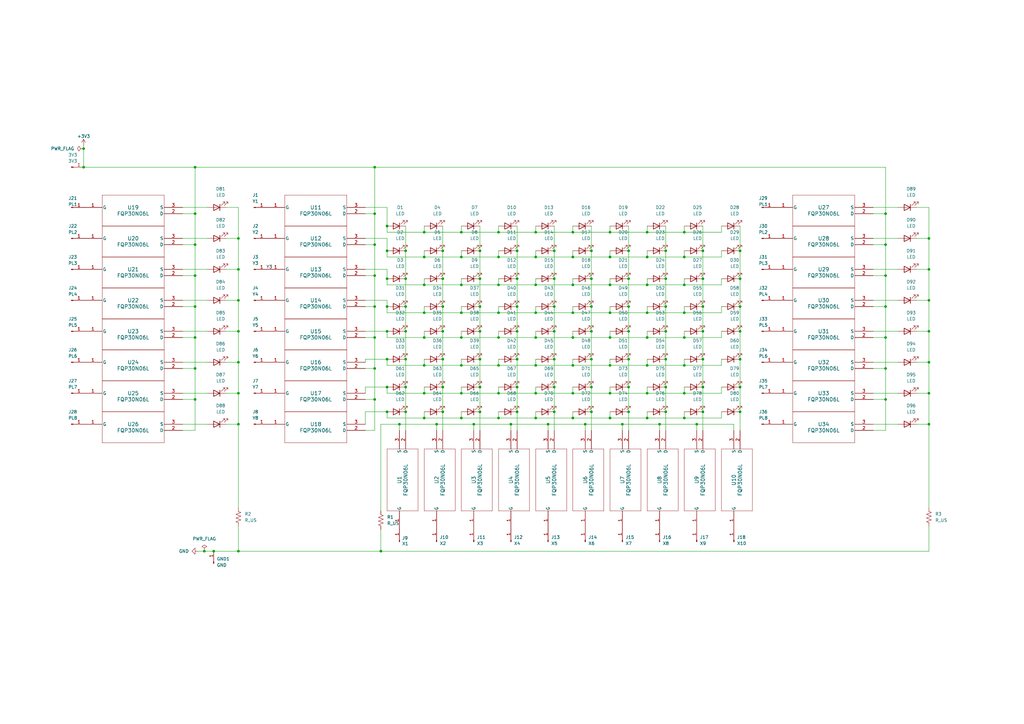
<source format=kicad_sch>
(kicad_sch (version 20230121) (generator eeschema)
  (paper "A3")
  (title_block (title "ECE198JS1_arcadeDisplaySchem") (date "2023-10-17"))
  (junction (at 158.75 158.75))
  (junction (at 381 173.99))
  (junction (at 242.57 114.3))
  (junction (at 196.85 168.91))
  (junction (at 363.22 138.43))
  (junction (at 227.33 125.73))
  (junction (at 166.37 147.32))
  (junction (at 273.05 114.3))
  (junction (at 250.19 138.43))
  (junction (at 219.71 116.84))
  (junction (at 158.75 92.71))
  (junction (at 204.47 128.27))
  (junction (at 257.81 147.32))
  (junction (at 234.95 149.86))
  (junction (at 257.81 135.89))
  (junction (at 242.57 147.32))
  (junction (at 196.85 102.87))
  (junction (at 173.99 95.25))
  (junction (at 166.37 158.75))
  (junction (at 219.71 128.27))
  (junction (at 212.09 168.91))
  (junction (at 204.47 95.25))
  (junction (at 97.79 110.49))
  (junction (at 288.29 102.87))
  (junction (at 219.71 149.86))
  (junction (at 80.01 138.43))
  (junction (at 234.95 95.25))
  (junction (at 173.99 171.45))
  (junction (at 204.47 116.84))
  (junction (at 189.23 95.25))
  (junction (at 189.23 105.41))
  (junction (at 166.37 135.89))
  (junction (at 265.43 149.86))
  (junction (at 179.07 173.99))
  (junction (at 204.47 149.86))
  (junction (at 288.29 125.73))
  (junction (at 363.22 87.63))
  (junction (at 212.09 158.75))
  (junction (at 173.99 138.43))
  (junction (at 189.23 149.86))
  (junction (at 250.19 128.27))
  (junction (at 250.19 105.41))
  (junction (at 181.61 168.91))
  (junction (at 303.53 147.32))
  (junction (at 288.29 158.75))
  (junction (at 219.71 138.43))
  (junction (at 156.21 226.06))
  (junction (at 273.05 147.32))
  (junction (at 288.29 147.32))
  (junction (at 242.57 158.75))
  (junction (at 288.29 168.91))
  (junction (at 273.05 158.75))
  (junction (at 234.95 171.45))
  (junction (at 250.19 161.29))
  (junction (at 265.43 171.45))
  (junction (at 257.81 114.3))
  (junction (at 153.67 125.73))
  (junction (at 196.85 125.73))
  (junction (at 212.09 147.32))
  (junction (at 166.37 168.91))
  (junction (at 234.95 116.84))
  (junction (at 381 97.79))
  (junction (at 280.67 149.86))
  (junction (at 227.33 135.89))
  (junction (at 158.75 102.87))
  (junction (at 97.79 123.19))
  (junction (at 234.95 161.29))
  (junction (at 265.43 116.84))
  (junction (at 280.67 116.84))
  (junction (at 381 161.29))
  (junction (at 166.37 114.3))
  (junction (at 219.71 171.45))
  (junction (at 273.05 102.87))
  (junction (at 303.53 102.87))
  (junction (at 265.43 105.41))
  (junction (at 381 148.59))
  (junction (at 212.09 125.73))
  (junction (at 80.01 100.33))
  (junction (at 270.51 173.99))
  (junction (at 280.67 138.43))
  (junction (at 255.27 173.99))
  (junction (at 303.53 125.73))
  (junction (at 265.43 95.25))
  (junction (at 363.22 125.73))
  (junction (at 196.85 158.75))
  (junction (at 34.29 68.58))
  (junction (at 242.57 135.89))
  (junction (at 97.79 148.59))
  (junction (at 80.01 151.13))
  (junction (at 158.75 114.3))
  (junction (at 189.23 161.29))
  (junction (at 303.53 135.89))
  (junction (at 196.85 147.32))
  (junction (at 227.33 102.87))
  (junction (at 97.79 173.99))
  (junction (at 242.57 125.73))
  (junction (at 204.47 161.29))
  (junction (at 257.81 158.75))
  (junction (at 204.47 171.45))
  (junction (at 80.01 125.73))
  (junction (at 242.57 102.87))
  (junction (at 227.33 158.75))
  (junction (at 97.79 161.29))
  (junction (at 288.29 135.89))
  (junction (at 173.99 116.84))
  (junction (at 219.71 105.41))
  (junction (at 257.81 102.87))
  (junction (at 219.71 95.25))
  (junction (at 257.81 125.73))
  (junction (at 212.09 135.89))
  (junction (at 250.19 116.84))
  (junction (at 153.67 100.33))
  (junction (at 153.67 68.58))
  (junction (at 363.22 100.33))
  (junction (at 189.23 128.27))
  (junction (at 257.81 168.91))
  (junction (at 97.79 226.06))
  (junction (at 273.05 135.89))
  (junction (at 381 110.49))
  (junction (at 288.29 114.3))
  (junction (at 280.67 105.41))
  (junction (at 166.37 125.73))
  (junction (at 80.01 68.58))
  (junction (at 158.75 125.73))
  (junction (at 227.33 168.91))
  (junction (at 250.19 171.45))
  (junction (at 209.55 173.99))
  (junction (at 285.75 173.99))
  (junction (at 189.23 138.43))
  (junction (at 280.67 95.25))
  (junction (at 80.01 163.83))
  (junction (at 303.53 158.75))
  (junction (at 204.47 105.41))
  (junction (at 381 135.89))
  (junction (at 173.99 128.27))
  (junction (at 363.22 163.83))
  (junction (at 212.09 114.3))
  (junction (at 181.61 147.32))
  (junction (at 224.79 173.99))
  (junction (at 303.53 168.91))
  (junction (at 173.99 161.29))
  (junction (at 83.82 226.06))
  (junction (at 273.05 168.91))
  (junction (at 158.75 147.32))
  (junction (at 265.43 128.27))
  (junction (at 280.67 161.29))
  (junction (at 194.31 173.99))
  (junction (at 196.85 114.3))
  (junction (at 234.95 138.43))
  (junction (at 265.43 161.29))
  (junction (at 80.01 87.63))
  (junction (at 363.22 113.03))
  (junction (at 280.67 128.27))
  (junction (at 204.47 138.43))
  (junction (at 153.67 151.13))
  (junction (at 181.61 114.3))
  (junction (at 163.83 173.99))
  (junction (at 242.57 168.91))
  (junction (at 158.75 168.91))
  (junction (at 153.67 138.43))
  (junction (at 173.99 149.86))
  (junction (at 265.43 138.43))
  (junction (at 212.09 102.87))
  (junction (at 173.99 105.41))
  (junction (at 153.67 163.83))
  (junction (at 273.05 125.73))
  (junction (at 80.01 113.03))
  (junction (at 234.95 128.27))
  (junction (at 34.29 60.96))
  (junction (at 381 123.19))
  (junction (at 189.23 171.45))
  (junction (at 153.67 113.03))
  (junction (at 363.22 151.13))
  (junction (at 227.33 147.32))
  (junction (at 196.85 135.89))
  (junction (at 97.79 135.89))
  (junction (at 181.61 158.75))
  (junction (at 181.61 135.89))
  (junction (at 280.67 171.45))
  (junction (at 250.19 95.25))
  (junction (at 240.03 173.99))
  (junction (at 189.23 116.84))
  (junction (at 219.71 161.29))
  (junction (at 87.63 226.06))
  (junction (at 158.75 135.89))
  (junction (at 153.67 87.63))
  (junction (at 227.33 114.3))
  (junction (at 97.79 97.79))
  (junction (at 303.53 114.3))
  (junction (at 234.95 105.41))
  (junction (at 166.37 102.87))
  (junction (at 250.19 149.86))
  (junction (at 181.61 102.87))
  (junction (at 181.61 125.73))
  (wire (pts (xy 219.71 147.32) (xy 219.71 149.86)))
  (wire (pts (xy 181.61 158.75) (xy 181.61 168.91)))
  (wire (pts (xy 92.71 123.19) (xy 97.79 123.19)))
  (wire (pts (xy 234.95 158.75) (xy 234.95 161.29)))
  (wire (pts (xy 196.85 158.75) (xy 196.85 168.91)))
  (wire (pts (xy 156.21 226.06) (xy 381 226.06)))
  (wire (pts (xy 250.19 105.41) (xy 265.43 105.41)))
  (wire (pts (xy 250.19 161.29) (xy 250.19 158.75)))
  (wire (pts (xy 173.99 161.29) (xy 158.75 161.29)))
  (wire (pts (xy 288.29 158.75) (xy 288.29 168.91)))
  (wire (pts (xy 234.95 138.43) (xy 250.19 138.43)))
  (wire (pts (xy 196.85 168.91) (xy 196.85 176.53)))
  (wire (pts (xy 250.19 95.25) (xy 250.19 92.71)))
  (wire (pts (xy 189.23 171.45) (xy 189.23 168.91)))
  (wire (pts (xy 227.33 102.87) (xy 227.33 114.3)))
  (wire (pts (xy 173.99 138.43) (xy 189.23 138.43)))
  (wire (pts (xy 219.71 168.91) (xy 219.71 171.45)))
  (wire (pts (xy 250.19 128.27) (xy 250.19 125.73)))
  (wire (pts (xy 149.86 113.03) (xy 153.67 113.03)))
  (wire (pts (xy 158.75 110.49) (xy 158.75 114.3)))
  (wire (pts (xy 240.03 173.99) (xy 240.03 176.53)))
  (wire (pts (xy 358.14 163.83) (xy 363.22 163.83)))
  (wire (pts (xy 189.23 149.86) (xy 189.23 147.32)))
  (wire (pts (xy 204.47 147.32) (xy 204.47 149.86)))
  (wire (pts (xy 189.23 116.84) (xy 204.47 116.84)))
  (wire (pts (xy 265.43 161.29) (xy 250.19 161.29)))
  (wire (pts (xy 227.33 125.73) (xy 227.33 135.89)))
  (wire (pts (xy 250.19 138.43) (xy 265.43 138.43)))
  (wire (pts (xy 381 97.79) (xy 381 110.49)))
  (wire (pts (xy 265.43 149.86) (xy 280.67 149.86)))
  (wire (pts (xy 173.99 168.91) (xy 173.99 171.45)))
  (wire (pts (xy 288.29 92.71) (xy 288.29 102.87)))
  (wire (pts (xy 270.51 173.99) (xy 255.27 173.99)))
  (wire (pts (xy 189.23 105.41) (xy 204.47 105.41)))
  (wire (pts (xy 280.67 138.43) (xy 280.67 135.89)))
  (wire (pts (xy 265.43 147.32) (xy 265.43 149.86)))
  (wire (pts (xy 97.79 226.06) (xy 87.63 226.06)))
  (wire (pts (xy 303.53 125.73) (xy 303.53 135.89)))
  (wire (pts (xy 295.91 116.84) (xy 280.67 116.84)))
  (wire (pts (xy 288.29 114.3) (xy 288.29 125.73)))
  (wire (pts (xy 97.79 123.19) (xy 97.79 135.89)))
  (wire (pts (xy 173.99 102.87) (xy 173.99 105.41)))
  (wire (pts (xy 74.93 161.29) (xy 85.09 161.29)))
  (wire (pts (xy 358.14 161.29) (xy 368.3 161.29)))
  (wire (pts (xy 240.03 173.99) (xy 224.79 173.99)))
  (wire (pts (xy 295.91 149.86) (xy 280.67 149.86)))
  (wire (pts (xy 204.47 95.25) (xy 204.47 92.71)))
  (wire (pts (xy 74.93 138.43) (xy 80.01 138.43)))
  (wire (pts (xy 381 110.49) (xy 381 123.19)))
  (wire (pts (xy 227.33 92.71) (xy 227.33 102.87)))
  (wire (pts (xy 149.86 147.32) (xy 158.75 147.32)))
  (wire (pts (xy 153.67 68.58) (xy 363.22 68.58)))
  (wire (pts (xy 280.67 171.45) (xy 295.91 171.45)))
  (wire (pts (xy 173.99 135.89) (xy 173.99 138.43)))
  (wire (pts (xy 158.75 171.45) (xy 173.99 171.45)))
  (wire (pts (xy 80.01 100.33) (xy 80.01 113.03)))
  (wire (pts (xy 303.53 135.89) (xy 303.53 147.32)))
  (wire (pts (xy 80.01 113.03) (xy 80.01 125.73)))
  (wire (pts (xy 92.71 135.89) (xy 97.79 135.89)))
  (wire (pts (xy 219.71 102.87) (xy 219.71 105.41)))
  (wire (pts (xy 234.95 116.84) (xy 234.95 114.3)))
  (wire (pts (xy 358.14 100.33) (xy 363.22 100.33)))
  (wire (pts (xy 234.95 105.41) (xy 234.95 102.87)))
  (wire (pts (xy 381 148.59) (xy 381 161.29)))
  (wire (pts (xy 181.61 168.91) (xy 181.61 176.53)))
  (wire (pts (xy 242.57 168.91) (xy 242.57 176.53)))
  (wire (pts (xy 363.22 163.83) (xy 363.22 176.53)))
  (wire (pts (xy 80.01 163.83) (xy 80.01 176.53)))
  (wire (pts (xy 257.81 147.32) (xy 257.81 158.75)))
  (wire (pts (xy 74.93 123.19) (xy 85.09 123.19)))
  (wire (pts (xy 257.81 102.87) (xy 257.81 114.3)))
  (wire (pts (xy 280.67 125.73) (xy 280.67 128.27)))
  (wire (pts (xy 280.67 128.27) (xy 265.43 128.27)))
  (wire (pts (xy 288.29 125.73) (xy 288.29 135.89)))
  (wire (pts (xy 149.86 110.49) (xy 158.75 110.49)))
  (wire (pts (xy 163.83 173.99) (xy 163.83 176.53)))
  (wire (pts (xy 189.23 95.25) (xy 173.99 95.25)))
  (wire (pts (xy 173.99 95.25) (xy 158.75 95.25)))
  (wire (pts (xy 74.93 163.83) (xy 80.01 163.83)))
  (wire (pts (xy 280.67 105.41) (xy 280.67 102.87)))
  (wire (pts (xy 74.93 151.13) (xy 80.01 151.13)))
  (wire (pts (xy 375.92 97.79) (xy 381 97.79)))
  (wire (pts (xy 74.93 148.59) (xy 85.09 148.59)))
  (wire (pts (xy 74.93 125.73) (xy 80.01 125.73)))
  (wire (pts (xy 358.14 135.89) (xy 368.3 135.89)))
  (wire (pts (xy 189.23 138.43) (xy 189.23 135.89)))
  (wire (pts (xy 273.05 114.3) (xy 273.05 125.73)))
  (wire (pts (xy 149.86 100.33) (xy 153.67 100.33)))
  (wire (pts (xy 303.53 102.87) (xy 303.53 114.3)))
  (wire (pts (xy 295.91 128.27) (xy 295.91 125.73)))
  (wire (pts (xy 212.09 147.32) (xy 212.09 158.75)))
  (wire (pts (xy 358.14 173.99) (xy 368.3 173.99)))
  (wire (pts (xy 358.14 148.59) (xy 368.3 148.59)))
  (wire (pts (xy 300.99 176.53) (xy 300.99 173.99)))
  (wire (pts (xy 303.53 114.3) (xy 303.53 125.73)))
  (wire (pts (xy 166.37 158.75) (xy 166.37 168.91)))
  (wire (pts (xy 280.67 161.29) (xy 295.91 161.29)))
  (wire (pts (xy 219.71 116.84) (xy 234.95 116.84)))
  (wire (pts (xy 194.31 173.99) (xy 179.07 173.99)))
  (wire (pts (xy 381 85.09) (xy 381 97.79)))
  (wire (pts (xy 97.79 85.09) (xy 97.79 97.79)))
  (wire (pts (xy 212.09 158.75) (xy 212.09 168.91)))
  (wire (pts (xy 358.14 151.13) (xy 363.22 151.13)))
  (wire (pts (xy 189.23 116.84) (xy 189.23 114.3)))
  (wire (pts (xy 189.23 138.43) (xy 204.47 138.43)))
  (wire (pts (xy 250.19 168.91) (xy 250.19 171.45)))
  (wire (pts (xy 196.85 102.87) (xy 196.85 114.3)))
  (wire (pts (xy 181.61 114.3) (xy 181.61 125.73)))
  (wire (pts (xy 149.86 163.83) (xy 153.67 163.83)))
  (wire (pts (xy 288.29 168.91) (xy 288.29 176.53)))
  (wire (pts (xy 234.95 128.27) (xy 250.19 128.27)))
  (wire (pts (xy 153.67 151.13) (xy 153.67 163.83)))
  (wire (pts (xy 181.61 125.73) (xy 181.61 135.89)))
  (wire (pts (xy 196.85 92.71) (xy 196.85 102.87)))
  (wire (pts (xy 34.29 60.96) (xy 34.29 68.58)))
  (wire (pts (xy 189.23 92.71) (xy 189.23 95.25)))
  (wire (pts (xy 219.71 161.29) (xy 234.95 161.29)))
  (wire (pts (xy 358.14 85.09) (xy 368.3 85.09)))
  (wire (pts (xy 381 215.9) (xy 381 226.06)))
  (wire (pts (xy 219.71 149.86) (xy 234.95 149.86)))
  (wire (pts (xy 196.85 135.89) (xy 196.85 147.32)))
  (wire (pts (xy 34.29 68.58) (xy 80.01 68.58)))
  (wire (pts (xy 173.99 105.41) (xy 189.23 105.41)))
  (wire (pts (xy 149.86 85.09) (xy 158.75 85.09)))
  (wire (pts (xy 295.91 95.25) (xy 295.91 92.71)))
  (wire (pts (xy 273.05 92.71) (xy 273.05 102.87)))
  (wire (pts (xy 74.93 135.89) (xy 85.09 135.89)))
  (wire (pts (xy 158.75 149.86) (xy 173.99 149.86)))
  (wire (pts (xy 149.86 176.53) (xy 153.67 176.53)))
  (wire (pts (xy 381 123.19) (xy 381 135.89)))
  (wire (pts (xy 280.67 149.86) (xy 280.67 147.32)))
  (wire (pts (xy 363.22 68.58) (xy 363.22 87.63)))
  (wire (pts (xy 234.95 116.84) (xy 250.19 116.84)))
  (wire (pts (xy 358.14 110.49) (xy 368.3 110.49)))
  (wire (pts (xy 265.43 171.45) (xy 280.67 171.45)))
  (wire (pts (xy 80.01 151.13) (xy 80.01 163.83)))
  (wire (pts (xy 234.95 95.25) (xy 250.19 95.25)))
  (wire (pts (xy 181.61 92.71) (xy 181.61 102.87)))
  (wire (pts (xy 97.79 161.29) (xy 97.79 173.99)))
  (wire (pts (xy 158.75 168.91) (xy 158.75 171.45)))
  (wire (pts (xy 158.75 123.19) (xy 158.75 125.73)))
  (wire (pts (xy 153.67 87.63) (xy 153.67 100.33)))
  (wire (pts (xy 97.79 215.9) (xy 97.79 226.06)))
  (wire (pts (xy 280.67 105.41) (xy 295.91 105.41)))
  (wire (pts (xy 196.85 147.32) (xy 196.85 158.75)))
  (wire (pts (xy 242.57 92.71) (xy 242.57 102.87)))
  (wire (pts (xy 250.19 102.87) (xy 250.19 105.41)))
  (wire (pts (xy 158.75 161.29) (xy 158.75 158.75)))
  (wire (pts (xy 194.31 173.99) (xy 194.31 176.53)))
  (wire (pts (xy 80.01 68.58) (xy 80.01 87.63)))
  (wire (pts (xy 204.47 171.45) (xy 219.71 171.45)))
  (wire (pts (xy 158.75 128.27) (xy 158.75 125.73)))
  (wire (pts (xy 265.43 135.89) (xy 265.43 138.43)))
  (wire (pts (xy 189.23 171.45) (xy 204.47 171.45)))
  (wire (pts (xy 280.67 161.29) (xy 265.43 161.29)))
  (wire (pts (xy 97.79 173.99) (xy 97.79 208.28)))
  (wire (pts (xy 92.71 97.79) (xy 97.79 97.79)))
  (wire (pts (xy 227.33 158.75) (xy 227.33 168.91)))
  (wire (pts (xy 158.75 102.87) (xy 158.75 105.41)))
  (wire (pts (xy 234.95 149.86) (xy 234.95 147.32)))
  (wire (pts (xy 227.33 114.3) (xy 227.33 125.73)))
  (wire (pts (xy 149.86 158.75) (xy 158.75 158.75)))
  (wire (pts (xy 173.99 149.86) (xy 189.23 149.86)))
  (wire (pts (xy 204.47 105.41) (xy 219.71 105.41)))
  (wire (pts (xy 219.71 128.27) (xy 204.47 128.27)))
  (wire (pts (xy 285.75 173.99) (xy 285.75 176.53)))
  (wire (pts (xy 257.81 92.71) (xy 257.81 102.87)))
  (wire (pts (xy 273.05 135.89) (xy 273.05 147.32)))
  (wire (pts (xy 189.23 95.25) (xy 204.47 95.25)))
  (wire (pts (xy 204.47 128.27) (xy 204.47 125.73)))
  (wire (pts (xy 80.01 68.58) (xy 153.67 68.58)))
  (wire (pts (xy 270.51 173.99) (xy 270.51 176.53)))
  (wire (pts (xy 158.75 95.25) (xy 158.75 92.71)))
  (wire (pts (xy 158.75 105.41) (xy 173.99 105.41)))
  (wire (pts (xy 173.99 125.73) (xy 173.99 128.27)))
  (wire (pts (xy 74.93 97.79) (xy 85.09 97.79)))
  (wire (pts (xy 224.79 173.99) (xy 224.79 176.53)))
  (wire (pts (xy 227.33 135.89) (xy 227.33 147.32)))
  (wire (pts (xy 173.99 147.32) (xy 173.99 149.86)))
  (wire (pts (xy 234.95 105.41) (xy 250.19 105.41)))
  (wire (pts (xy 219.71 161.29) (xy 204.47 161.29)))
  (wire (pts (xy 242.57 147.32) (xy 242.57 158.75)))
  (wire (pts (xy 74.93 85.09) (xy 85.09 85.09)))
  (wire (pts (xy 381 161.29) (xy 381 173.99)))
  (wire (pts (xy 295.91 114.3) (xy 295.91 116.84)))
  (wire (pts (xy 375.92 123.19) (xy 381 123.19)))
  (wire (pts (xy 265.43 138.43) (xy 280.67 138.43)))
  (wire (pts (xy 204.47 161.29) (xy 204.47 158.75)))
  (wire (pts (xy 156.21 173.99) (xy 156.21 209.55)))
  (wire (pts (xy 173.99 128.27) (xy 158.75 128.27)))
  (wire (pts (xy 149.86 161.29) (xy 149.86 158.75)))
  (wire (pts (xy 227.33 168.91) (xy 227.33 176.53)))
  (wire (pts (xy 166.37 102.87) (xy 166.37 114.3)))
  (wire (pts (xy 181.61 147.32) (xy 181.61 158.75)))
  (wire (pts (xy 295.91 138.43) (xy 295.91 135.89)))
  (wire (pts (xy 204.47 168.91) (xy 204.47 171.45)))
  (wire (pts (xy 265.43 168.91) (xy 265.43 171.45)))
  (wire (pts (xy 273.05 147.32) (xy 273.05 158.75)))
  (wire (pts (xy 153.67 113.03) (xy 153.67 125.73)))
  (wire (pts (xy 234.95 125.73) (xy 234.95 128.27)))
  (wire (pts (xy 219.71 95.25) (xy 204.47 95.25)))
  (wire (pts (xy 166.37 92.71) (xy 166.37 102.87)))
  (wire (pts (xy 179.07 173.99) (xy 179.07 176.53)))
  (wire (pts (xy 204.47 138.43) (xy 219.71 138.43)))
  (wire (pts (xy 234.95 161.29) (xy 250.19 161.29)))
  (wire (pts (xy 265.43 158.75) (xy 265.43 161.29)))
  (wire (pts (xy 149.86 135.89) (xy 158.75 135.89)))
  (wire (pts (xy 358.14 123.19) (xy 368.3 123.19)))
  (wire (pts (xy 181.61 102.87) (xy 181.61 114.3)))
  (wire (pts (xy 189.23 161.29) (xy 204.47 161.29)))
  (wire (pts (xy 189.23 105.41) (xy 189.23 102.87)))
  (wire (pts (xy 375.92 110.49) (xy 381 110.49)))
  (wire (pts (xy 209.55 173.99) (xy 194.31 173.99)))
  (wire (pts (xy 212.09 125.73) (xy 212.09 135.89)))
  (wire (pts (xy 257.81 135.89) (xy 257.81 147.32)))
  (wire (pts (xy 250.19 116.84) (xy 265.43 116.84)))
  (wire (pts (xy 358.14 138.43) (xy 363.22 138.43)))
  (wire (pts (xy 381 173.99) (xy 381 208.28)))
  (wire (pts (xy 166.37 125.73) (xy 166.37 135.89)))
  (wire (pts (xy 173.99 158.75) (xy 173.99 161.29)))
  (wire (pts (xy 212.09 135.89) (xy 212.09 147.32)))
  (wire (pts (xy 212.09 102.87) (xy 212.09 114.3)))
  (wire (pts (xy 212.09 92.71) (xy 212.09 102.87)))
  (wire (pts (xy 280.67 128.27) (xy 295.91 128.27)))
  (wire (pts (xy 149.86 87.63) (xy 153.67 87.63)))
  (wire (pts (xy 189.23 149.86) (xy 204.47 149.86)))
  (wire (pts (xy 189.23 128.27) (xy 204.47 128.27)))
  (wire (pts (xy 34.29 59.69) (xy 34.29 60.96)))
  (wire (pts (xy 204.47 102.87) (xy 204.47 105.41)))
  (wire (pts (xy 303.53 158.75) (xy 303.53 168.91)))
  (wire (pts (xy 163.83 173.99) (xy 156.21 173.99)))
  (wire (pts (xy 212.09 114.3) (xy 212.09 125.73)))
  (wire (pts (xy 234.95 149.86) (xy 250.19 149.86)))
  (wire (pts (xy 166.37 168.91) (xy 166.37 176.53)))
  (wire (pts (xy 358.14 176.53) (xy 363.22 176.53)))
  (wire (pts (xy 303.53 168.91) (xy 303.53 176.53)))
  (wire (pts (xy 265.43 105.41) (xy 280.67 105.41)))
  (wire (pts (xy 97.79 226.06) (xy 156.21 226.06)))
  (wire (pts (xy 158.75 135.89) (xy 158.75 138.43)))
  (wire (pts (xy 173.99 92.71) (xy 173.99 95.25)))
  (wire (pts (xy 265.43 128.27) (xy 250.19 128.27)))
  (wire (pts (xy 273.05 158.75) (xy 273.05 168.91)))
  (wire (pts (xy 97.79 110.49) (xy 97.79 123.19)))
  (wire (pts (xy 265.43 95.25) (xy 250.19 95.25)))
  (wire (pts (xy 250.19 114.3) (xy 250.19 116.84)))
  (wire (pts (xy 204.47 149.86) (xy 219.71 149.86)))
  (wire (pts (xy 257.81 125.73) (xy 257.81 135.89)))
  (wire (pts (xy 242.57 158.75) (xy 242.57 168.91)))
  (wire (pts (xy 153.67 100.33) (xy 153.67 113.03)))
  (wire (pts (xy 234.95 171.45) (xy 250.19 171.45)))
  (wire (pts (xy 224.79 173.99) (xy 209.55 173.99)))
  (wire (pts (xy 250.19 147.32) (xy 250.19 149.86)))
  (wire (pts (xy 97.79 135.89) (xy 97.79 148.59)))
  (wire (pts (xy 189.23 161.29) (xy 173.99 161.29)))
  (wire (pts (xy 273.05 102.87) (xy 273.05 114.3)))
  (wire (pts (xy 83.82 226.06) (xy 81.28 226.06)))
  (wire (pts (xy 280.67 138.43) (xy 295.91 138.43)))
  (wire (pts (xy 173.99 114.3) (xy 173.99 116.84)))
  (wire (pts (xy 166.37 147.32) (xy 166.37 158.75)))
  (wire (pts (xy 227.33 147.32) (xy 227.33 158.75)))
  (wire (pts (xy 255.27 173.99) (xy 240.03 173.99)))
  (wire (pts (xy 265.43 125.73) (xy 265.43 128.27)))
  (wire (pts (xy 189.23 158.75) (xy 189.23 161.29)))
  (wire (pts (xy 280.67 158.75) (xy 280.67 161.29)))
  (wire (pts (xy 181.61 135.89) (xy 181.61 147.32)))
  (wire (pts (xy 80.01 138.43) (xy 80.01 151.13)))
  (wire (pts (xy 295.91 105.41) (xy 295.91 102.87)))
  (wire (pts (xy 74.93 100.33) (xy 80.01 100.33)))
  (wire (pts (xy 273.05 125.73) (xy 273.05 135.89)))
  (wire (pts (xy 265.43 102.87) (xy 265.43 105.41)))
  (wire (pts (xy 92.71 85.09) (xy 97.79 85.09)))
  (wire (pts (xy 363.22 138.43) (xy 363.22 151.13)))
  (wire (pts (xy 158.75 147.32) (xy 158.75 149.86)))
  (wire (pts (xy 375.92 161.29) (xy 381 161.29)))
  (wire (pts (xy 363.22 151.13) (xy 363.22 163.83)))
  (wire (pts (xy 179.07 173.99) (xy 163.83 173.99)))
  (wire (pts (xy 149.86 97.79) (xy 158.75 97.79)))
  (wire (pts (xy 219.71 138.43) (xy 234.95 138.43)))
  (wire (pts (xy 219.71 114.3) (xy 219.71 116.84)))
  (wire (pts (xy 74.93 87.63) (xy 80.01 87.63)))
  (wire (pts (xy 149.86 125.73) (xy 153.67 125.73)))
  (wire (pts (xy 166.37 135.89) (xy 166.37 147.32)))
  (wire (pts (xy 204.47 116.84) (xy 219.71 116.84)))
  (wire (pts (xy 358.14 125.73) (xy 363.22 125.73)))
  (wire (pts (xy 212.09 168.91) (xy 212.09 176.53)))
  (wire (pts (xy 363.22 113.03) (xy 363.22 125.73)))
  (wire (pts (xy 234.95 138.43) (xy 234.95 135.89)))
  (wire (pts (xy 288.29 102.87) (xy 288.29 114.3)))
  (wire (pts (xy 196.85 125.73) (xy 196.85 135.89)))
  (wire (pts (xy 80.01 87.63) (xy 80.01 100.33)))
  (wire (pts (xy 204.47 114.3) (xy 204.47 116.84)))
  (wire (pts (xy 219.71 158.75) (xy 219.71 161.29)))
  (wire (pts (xy 242.57 102.87) (xy 242.57 114.3)))
  (wire (pts (xy 189.23 125.73) (xy 189.23 128.27)))
  (wire (pts (xy 92.71 110.49) (xy 97.79 110.49)))
  (wire (pts (xy 153.67 125.73) (xy 153.67 138.43)))
  (wire (pts (xy 74.93 173.99) (xy 85.09 173.99)))
  (wire (pts (xy 219.71 95.25) (xy 234.95 95.25)))
  (wire (pts (xy 303.53 92.71) (xy 303.53 102.87)))
  (wire (pts (xy 375.92 135.89) (xy 381 135.89)))
  (wire (pts (xy 265.43 116.84) (xy 280.67 116.84)))
  (wire (pts (xy 295.91 161.29) (xy 295.91 158.75)))
  (wire (pts (xy 242.57 114.3) (xy 242.57 125.73)))
  (wire (pts (xy 295.91 147.32) (xy 295.91 149.86)))
  (wire (pts (xy 250.19 171.45) (xy 265.43 171.45)))
  (wire (pts (xy 257.81 158.75) (xy 257.81 168.91)))
  (wire (pts (xy 242.57 135.89) (xy 242.57 147.32)))
  (wire (pts (xy 189.23 128.27) (xy 173.99 128.27)))
  (wire (pts (xy 255.27 173.99) (xy 255.27 176.53)))
  (wire (pts (xy 381 135.89) (xy 381 148.59)))
  (wire (pts (xy 173.99 116.84) (xy 189.23 116.84)))
  (wire (pts (xy 149.86 168.91) (xy 158.75 168.91)))
  (wire (pts (xy 74.93 110.49) (xy 85.09 110.49)))
  (wire (pts (xy 92.71 161.29) (xy 97.79 161.29)))
  (wire (pts (xy 74.93 113.03) (xy 80.01 113.03)))
  (wire (pts (xy 209.55 173.99) (xy 209.55 176.53)))
  (wire (pts (xy 257.81 168.91) (xy 257.81 176.53)))
  (wire (pts (xy 363.22 87.63) (xy 363.22 100.33)))
  (wire (pts (xy 204.47 135.89) (xy 204.47 138.43)))
  (wire (pts (xy 219.71 125.73) (xy 219.71 128.27)))
  (wire (pts (xy 153.67 138.43) (xy 153.67 151.13)))
  (wire (pts (xy 158.75 97.79) (xy 158.75 102.87)))
  (wire (pts (xy 288.29 135.89) (xy 288.29 147.32)))
  (wire (pts (xy 219.71 128.27) (xy 234.95 128.27)))
  (wire (pts (xy 234.95 92.71) (xy 234.95 95.25)))
  (wire (pts (xy 149.86 123.19) (xy 158.75 123.19)))
  (wire (pts (xy 295.91 171.45) (xy 295.91 168.91)))
  (wire (pts (xy 288.29 147.32) (xy 288.29 158.75)))
  (wire (pts (xy 250.19 149.86) (xy 265.43 149.86)))
  (wire (pts (xy 219.71 171.45) (xy 234.95 171.45)))
  (wire (pts (xy 153.67 163.83) (xy 153.67 176.53)))
  (wire (pts (xy 92.71 173.99) (xy 97.79 173.99)))
  (wire (pts (xy 363.22 125.73) (xy 363.22 138.43)))
  (wire (pts (xy 280.67 171.45) (xy 280.67 168.91)))
  (wire (pts (xy 358.14 97.79) (xy 368.3 97.79)))
  (wire (pts (xy 234.95 171.45) (xy 234.95 168.91)))
  (wire (pts (xy 149.86 151.13) (xy 153.67 151.13)))
  (wire (pts (xy 242.57 125.73) (xy 242.57 135.89)))
  (wire (pts (xy 280.67 95.25) (xy 295.91 95.25)))
  (wire (pts (xy 303.53 147.32) (xy 303.53 158.75)))
  (wire (pts (xy 250.19 135.89) (xy 250.19 138.43)))
  (wire (pts (xy 265.43 92.71) (xy 265.43 95.25)))
  (wire (pts (xy 280.67 92.71) (xy 280.67 95.25)))
  (wire (pts (xy 375.92 85.09) (xy 381 85.09)))
  (wire (pts (xy 358.14 113.03) (xy 363.22 113.03)))
  (wire (pts (xy 285.75 173.99) (xy 270.51 173.99)))
  (wire (pts (xy 97.79 97.79) (xy 97.79 110.49)))
  (wire (pts (xy 92.71 148.59) (xy 97.79 148.59)))
  (wire (pts (xy 280.67 95.25) (xy 265.43 95.25)))
  (wire (pts (xy 149.86 173.99) (xy 149.86 168.91)))
  (wire (pts (xy 158.75 116.84) (xy 173.99 116.84)))
  (wire (pts (xy 273.05 168.91) (xy 273.05 176.53)))
  (wire (pts (xy 97.79 148.59) (xy 97.79 161.29)))
  (wire (pts (xy 219.71 92.71) (xy 219.71 95.25)))
  (wire (pts (xy 196.85 114.3) (xy 196.85 125.73)))
  (wire (pts (xy 363.22 100.33) (xy 363.22 113.03)))
  (wire (pts (xy 375.92 148.59) (xy 381 148.59)))
  (wire (pts (xy 300.99 173.99) (xy 285.75 173.99)))
  (wire (pts (xy 219.71 105.41) (xy 234.95 105.41)))
  (wire (pts (xy 74.93 176.53) (xy 80.01 176.53)))
  (wire (pts (xy 158.75 85.09) (xy 158.75 92.71)))
  (wire (pts (xy 219.71 135.89) (xy 219.71 138.43)))
  (wire (pts (xy 149.86 138.43) (xy 153.67 138.43)))
  (wire (pts (xy 265.43 114.3) (xy 265.43 116.84)))
  (wire (pts (xy 166.37 114.3) (xy 166.37 125.73)))
  (wire (pts (xy 173.99 171.45) (xy 189.23 171.45)))
  (wire (pts (xy 358.14 87.63) (xy 363.22 87.63)))
  (wire (pts (xy 153.67 68.58) (xy 153.67 87.63)))
  (wire (pts (xy 158.75 114.3) (xy 158.75 116.84)))
  (wire (pts (xy 257.81 114.3) (xy 257.81 125.73)))
  (wire (pts (xy 80.01 125.73) (xy 80.01 138.43)))
  (wire (pts (xy 149.86 148.59) (xy 149.86 147.32)))
  (wire (pts (xy 156.21 217.17) (xy 156.21 226.06)))
  (wire (pts (xy 280.67 116.84) (xy 280.67 114.3)))
  (wire (pts (xy 87.63 226.06) (xy 83.82 226.06)))
  (wire (pts (xy 375.92 173.99) (xy 381 173.99)))
  (wire (pts (xy 158.75 138.43) (xy 173.99 138.43)))
  (label "Y3" (at 109.22 110.49 0))
  (symbol (lib_id "2023-10-31_23-23-34:FQP30N06L") (at 109.22 135.89 0) (unit 1)
    (property "Reference" "U15" (at 129.54 135.89 0) (effects (font (size 1.524 1.524))))
    (property "Value" "FQP30N06L" (at 129.54 138.43 0) (effects (font (size 1.524 1.524))))
    (property "Footprint" "TO220-3_ONS" (effects hide))
    (property "Datasheet" "FQP30N06L" (effects hide))
  )
  (symbol (lib_id "Device:LED") (at 162.56 147.32 180) (unit 1)
    (property "Reference" "D33" (at 164.1475 139.7 0))
    (property "Value" "LED" (at 164.1475 142.24 0))
    (property "Footprint" "Diode_THT:D_5W_P5.08mm_Vertical_AnodeUp" (effects hide))
  )
  (symbol (lib_id "Device:LED") (at 254 168.91 180) (unit 1)
    (property "Reference" "D74" (at 255.5875 161.29 0))
    (property "Value" "LED" (at 255.5875 163.83 0))
    (property "Footprint" "Diode_THT:D_5W_P5.08mm_Vertical_AnodeUp" (effects hide))
  )
  (symbol (lib_id "Device:LED") (at 162.56 168.91 180) (unit 1)
    (property "Reference" "D62" (at 164.1475 161.29 0))
    (property "Value" "LED" (at 164.1475 163.83 0))
    (property "Footprint" "Diode_THT:D_5W_P5.08mm_Vertical_AnodeUp" (effects hide))
  )
  (symbol (lib_id "Connector:Conn_01x01_Pin") (at 29.21 173.99 0) (unit 1)
    (property "Reference" "J28" (at 29.845 168.91 0))
    (property "Value" "PL8" (at 29.845 171.45 0))
    (property "Footprint" "Connector_Pin:Pin_D1.0mm_L10.0mm" (effects hide))
  )
  (symbol (lib_id "power:+3V3") (at 34.29 59.69 0) (unit 1)
    (property "Reference" "#PWR02" (effects hide))
    (property "Value" "+3V3" (at 34.29 55.88 0))
  )
  (symbol (lib_id "Connector:Conn_01x01_Pin") (at 104.14 123.19 0) (unit 1)
    (property "Reference" "J4" (at 104.775 118.11 0))
    (property "Value" "Y4" (at 104.775 120.65 0))
    (property "Footprint" "Connector_Pin:Pin_D1.0mm_L10.0mm" (effects hide))
  )
  (symbol (lib_id "Device:LED") (at 269.24 147.32 180) (unit 1)
    (property "Reference" "D54" (at 270.8275 139.7 0))
    (property "Value" "LED" (at 270.8275 142.24 0))
    (property "Footprint" "Diode_THT:D_5W_P5.08mm_Vertical_AnodeUp" (effects hide))
  )
  (symbol (lib_id "Connector:Conn_01x01_Pin") (at 29.21 85.09 0) (unit 1)
    (property "Reference" "J21" (at 29.845 81.28 0))
    (property "Value" "PL1" (at 29.845 83.82 0))
    (property "Footprint" "Connector_Pin:Pin_D1.0mm_L10.0mm" (effects hide))
  )
  (symbol (lib_id "2023-10-31_23-23-34:FQP30N06L") (at 317.5 173.99 0) (unit 1)
    (property "Reference" "U34" (at 337.82 173.99 0) (effects (font (size 1.524 1.524))))
    (property "Value" "FQP30N06L" (at 337.82 176.53 0) (effects (font (size 1.524 1.524))))
    (property "Footprint" "TO220-3_ONS" (effects hide))
    (property "Datasheet" "FQP30N06L" (effects hide))
  )
  (symbol (lib_id "2023-10-31_23-23-34:FQP30N06L") (at 317.5 135.89 0) (unit 1)
    (property "Reference" "U31" (at 337.82 135.89 0) (effects (font (size 1.524 1.524))))
    (property "Value" "FQP30N06L" (at 337.82 138.43 0) (effects (font (size 1.524 1.524))))
    (property "Footprint" "TO220-3_ONS" (effects hide))
    (property "Datasheet" "FQP30N06L" (effects hide))
  )
  (symbol (lib_id "Device:LED") (at 208.28 147.32 180) (unit 1)
    (property "Reference" "D42" (at 209.8675 139.7 0))
    (property "Value" "LED" (at 209.8675 142.24 0))
    (property "Footprint" "Diode_THT:D_5W_P5.08mm_Vertical_AnodeUp" (effects hide))
  )
  (symbol (lib_id "Device:LED") (at 162.56 102.87 180) (unit 1)
    (property "Reference" "D2" (at 164.1475 95.25 0))
    (property "Value" "LED" (at 164.1475 97.79 0))
    (property "Footprint" "Diode_THT:D_5W_P5.08mm_Vertical_AnodeUp" (effects hide))
  )
  (symbol (lib_id "2023-10-31_23-23-34:FQP30N06L") (at 109.22 161.29 0) (unit 1)
    (property "Reference" "U17" (at 129.54 161.29 0) (effects (font (size 1.524 1.524))))
    (property "Value" "FQP30N06L" (at 129.54 163.83 0) (effects (font (size 1.524 1.524))))
    (property "Footprint" "TO220-3_ONS" (effects hide))
    (property "Datasheet" "FQP30N06L" (effects hide))
  )
  (symbol (lib_id "2023-10-31_23-23-34:FQP30N06L") (at 34.29 135.89 0) (unit 1)
    (property "Reference" "U23" (at 54.61 135.89 0) (effects (font (size 1.524 1.524))))
    (property "Value" "FQP30N06L" (at 54.61 138.43 0) (effects (font (size 1.524 1.524))))
    (property "Footprint" "TO220-3_ONS" (effects hide))
    (property "Datasheet" "FQP30N06L" (effects hide))
  )
  (symbol (lib_id "Device:LED") (at 208.28 135.89 180) (unit 1)
    (property "Reference" "D41" (at 209.8675 128.27 0))
    (property "Value" "LED" (at 209.8675 130.81 0))
    (property "Footprint" "Diode_THT:D_5W_P5.08mm_Vertical_AnodeUp" (effects hide))
  )
  (symbol (lib_id "Connector:Conn_01x01_Pin") (at 270.51 222.25 90) (unit 1)
    (property "Reference" "J16" (at 271.78 220.345 90) (effects (justify right)))
    (property "Value" "X8" (at 271.78 222.885 90) (effects (justify right)))
    (property "Footprint" "Connector_Pin:Pin_D1.0mm_L10.0mm" (effects hide))
  )
  (symbol (lib_id "Connector:Conn_01x01_Pin") (at 29.21 97.79 0) (unit 1)
    (property "Reference" "J22" (at 29.845 92.71 0))
    (property "Value" "PL2" (at 29.845 95.25 0))
    (property "Footprint" "Connector_Pin:Pin_D1.0mm_L10.0mm" (effects hide))
  )
  (symbol (lib_id "Device:LED") (at 177.8 102.87 180) (unit 1)
    (property "Reference" "D5" (at 179.3875 95.25 0))
    (property "Value" "LED" (at 179.3875 97.79 0))
    (property "Footprint" "Diode_THT:D_5W_P5.08mm_Vertical_AnodeUp" (effects hide))
  )
  (symbol (lib_id "Device:LED") (at 269.24 102.87 180) (unit 1)
    (property "Reference" "D23" (at 270.8275 95.25 0))
    (property "Value" "LED" (at 270.8275 97.79 0))
    (property "Footprint" "Diode_THT:D_5W_P5.08mm_Vertical_AnodeUp" (effects hide))
  )
  (symbol (lib_id "Connector:Conn_01x01_Pin") (at 104.14 148.59 0) (unit 1)
    (property "Reference" "J6" (at 104.775 143.51 0))
    (property "Value" "Y6" (at 104.775 146.05 0))
    (property "Footprint" "Connector_Pin:Pin_D1.0mm_L10.0mm" (effects hide))
  )
  (symbol (lib_id "Device:LED") (at 223.52 147.32 180) (unit 1)
    (property "Reference" "D45" (at 225.1075 139.7 0))
    (property "Value" "LED" (at 225.1075 142.24 0))
    (property "Footprint" "Diode_THT:D_5W_P5.08mm_Vertical_AnodeUp" (effects hide))
  )
  (symbol (lib_id "Device:LED") (at 299.72 92.71 180) (unit 1)
    (property "Reference" "D28" (at 301.3075 85.09 0))
    (property "Value" "LED" (at 301.3075 87.63 0))
    (property "Footprint" "Diode_THT:D_5W_P5.08mm_Vertical_AnodeUp" (effects hide))
  )
  (symbol (lib_id "Device:LED") (at 299.72 125.73 180) (unit 1)
    (property "Reference" "D58" (at 301.3075 118.11 0))
    (property "Value" "LED" (at 301.3075 120.65 0))
    (property "Footprint" "Diode_THT:D_5W_P5.08mm_Vertical_AnodeUp" (effects hide))
  )
  (symbol (lib_id "Device:LED") (at 88.9 161.29 180) (unit 1)
    (property "Reference" "D87" (at 90.4875 153.67 0))
    (property "Value" "LED" (at 90.4875 156.21 0))
    (property "Footprint" "Diode_THT:D_5W_P5.08mm_Vertical_AnodeUp" (effects hide))
  )
  (symbol (lib_id "Device:LED") (at 208.28 114.3 180) (unit 1)
    (property "Reference" "D12" (at 209.8675 106.68 0))
    (property "Value" "LED" (at 209.8675 109.22 0))
    (property "Footprint" "Diode_THT:D_5W_P5.08mm_Vertical_AnodeUp" (effects hide))
  )
  (symbol (lib_id "Device:LED") (at 299.72 102.87 180) (unit 1)
    (property "Reference" "D29" (at 301.3075 95.25 0))
    (property "Value" "LED" (at 301.3075 97.79 0))
    (property "Footprint" "Diode_THT:D_5W_P5.08mm_Vertical_AnodeUp" (effects hide))
  )
  (symbol (lib_id "Device:LED") (at 177.8 125.73 180) (unit 1)
    (property "Reference" "D34" (at 179.3875 118.11 0))
    (property "Value" "LED" (at 179.3875 120.65 0))
    (property "Footprint" "Diode_THT:D_5W_P5.08mm_Vertical_AnodeUp" (effects hide))
  )
  (symbol (lib_id "2023-10-31_23-23-34:FQP30N06L") (at 209.55 217.17 90) (unit 1)
    (property "Reference" "U4" (at 209.55 196.85 0) (effects (font (size 1.524 1.524))))
    (property "Value" "FQP30N06L" (at 212.09 196.85 0) (effects (font (size 1.524 1.524))))
    (property "Footprint" "TO220-3_ONS" (effects hide))
    (property "Datasheet" "FQP30N06L" (effects hide))
  )
  (symbol (lib_id "Device:LED") (at 254 147.32 180) (unit 1)
    (property "Reference" "D51" (at 255.5875 139.7 0))
    (property "Value" "LED" (at 255.5875 142.24 0))
    (property "Footprint" "Diode_THT:D_5W_P5.08mm_Vertical_AnodeUp" (effects hide))
  )
  (symbol (lib_id "Connector:Conn_01x01_Pin") (at 312.42 173.99 0) (unit 1)
    (property "Reference" "J36" (at 313.055 168.91 0))
    (property "Value" "PL8" (at 313.055 171.45 0))
    (property "Footprint" "Connector_Pin:Pin_D1.0mm_L10.0mm" (effects hide))
  )
  (symbol (lib_id "2023-10-31_23-23-34:FQP30N06L") (at 109.22 85.09 0) (unit 1)
    (property "Reference" "U11" (at 129.54 85.09 0) (effects (font (size 1.524 1.524))))
    (property "Value" "FQP30N06L" (at 129.54 87.63 0) (effects (font (size 1.524 1.524))))
    (property "Footprint" "TO220-3_ONS" (effects hide))
    (property "Datasheet" "FQP30N06L" (effects hide))
  )
  (symbol (lib_id "2023-10-31_23-23-34:FQP30N06L") (at 109.22 173.99 0) (unit 1)
    (property "Reference" "U18" (at 129.54 173.99 0) (effects (font (size 1.524 1.524))))
    (property "Value" "FQP30N06L" (at 129.54 176.53 0) (effects (font (size 1.524 1.524))))
    (property "Footprint" "TO220-3_ONS" (effects hide))
    (property "Datasheet" "FQP30N06L" (effects hide))
  )
  (symbol (lib_id "Device:LED") (at 372.11 85.09 180) (unit 1)
    (property "Reference" "D89" (at 373.6975 77.47 0))
    (property "Value" "LED" (at 373.6975 80.01 0))
    (property "Footprint" "Diode_THT:D_5W_P5.08mm_Vertical_AnodeUp" (effects hide))
  )
  (symbol (lib_id "Device:LED") (at 284.48 102.87 180) (unit 1)
    (property "Reference" "D26" (at 286.0675 95.25 0))
    (property "Value" "LED" (at 286.0675 97.79 0))
    (property "Footprint" "Diode_THT:D_5W_P5.08mm_Vertical_AnodeUp" (effects hide))
  )
  (symbol (lib_id "Device:LED") (at 238.76 114.3 180) (unit 1)
    (property "Reference" "D18" (at 240.3475 106.68 0))
    (property "Value" "LED" (at 240.3475 109.22 0))
    (property "Footprint" "Diode_THT:D_5W_P5.08mm_Vertical_AnodeUp" (effects hide))
  )
  (symbol (lib_id "2023-10-31_23-23-34:FQP30N06L") (at 34.29 110.49 0) (unit 1)
    (property "Reference" "U21" (at 54.61 110.49 0) (effects (font (size 1.524 1.524))))
    (property "Value" "FQP30N06L" (at 54.61 113.03 0) (effects (font (size 1.524 1.524))))
    (property "Footprint" "TO220-3_ONS" (effects hide))
    (property "Datasheet" "FQP30N06L" (effects hide))
  )
  (symbol (lib_id "Connector:Conn_01x01_Pin") (at 87.63 231.14 90) (unit 1)
    (property "Reference" "GND1" (at 88.9 229.235 90) (effects (justify right)))
    (property "Value" "GND" (at 88.9 231.775 90) (effects (justify right)))
    (property "Footprint" "Connector_Pin:Pin_D1.0mm_L10.0mm" (effects hide))
  )
  (symbol (lib_id "2023-10-31_23-23-34:FQP30N06L") (at 34.29 148.59 0) (unit 1)
    (property "Reference" "U24" (at 54.61 148.59 0) (effects (font (size 1.524 1.524))))
    (property "Value" "FQP30N06L" (at 54.61 151.13 0) (effects (font (size 1.524 1.524))))
    (property "Footprint" "TO220-3_ONS" (effects hide))
    (property "Datasheet" "FQP30N06L" (effects hide))
  )
  (symbol (lib_id "Device:LED") (at 269.24 135.89 180) (unit 1)
    (property "Reference" "D53" (at 270.8275 128.27 0))
    (property "Value" "LED" (at 270.8275 130.81 0))
    (property "Footprint" "Diode_THT:D_5W_P5.08mm_Vertical_AnodeUp" (effects hide))
  )
  (symbol (lib_id "Connector:Conn_01x01_Pin") (at 29.21 68.58 0) (unit 1)
    (property "Reference" "3V3" (at 29.845 63.5 0))
    (property "Value" "3V3" (at 29.845 66.04 0))
    (property "Footprint" "Connector_Pin:Pin_D1.0mm_L10.0mm" (effects hide))
  )
  (symbol (lib_id "Device:LED") (at 238.76 102.87 180) (unit 1)
    (property "Reference" "D17" (at 240.3475 95.25 0))
    (property "Value" "LED" (at 240.3475 97.79 0))
    (property "Footprint" "Diode_THT:D_5W_P5.08mm_Vertical_AnodeUp" (effects hide))
  )
  (symbol (lib_id "Device:LED") (at 208.28 168.91 180) (unit 1)
    (property "Reference" "D68" (at 209.8675 161.29 0))
    (property "Value" "LED" (at 209.8675 163.83 0))
    (property "Footprint" "Diode_THT:D_5W_P5.08mm_Vertical_AnodeUp" (effects hide))
  )
  (symbol (lib_id "Device:LED") (at 177.8 92.71 180) (unit 1)
    (property "Reference" "D4" (at 179.3875 85.09 0))
    (property "Value" "LED" (at 179.3875 87.63 0))
    (property "Footprint" "Diode_THT:D_5W_P5.08mm_Vertical_AnodeUp" (effects hide))
  )
  (symbol (lib_id "Device:LED") (at 299.72 114.3 180) (unit 1)
    (property "Reference" "D30" (at 301.3075 106.68 0))
    (property "Value" "LED" (at 301.3075 109.22 0))
    (property "Footprint" "Diode_THT:D_5W_P5.08mm_Vertical_AnodeUp" (effects hide))
  )
  (symbol (lib_id "Connector:Conn_01x01_Pin") (at 104.14 110.49 0) (unit 1)
    (property "Reference" "J3" (at 104.775 105.41 0))
    (property "Value" "Y3" (at 104.775 107.95 0))
    (property "Footprint" "Connector_Pin:Pin_D1.0mm_L10.0mm" (effects hide))
  )
  (symbol (lib_id "Device:LED") (at 162.56 92.71 180) (unit 1)
    (property "Reference" "D1" (at 164.1475 85.09 0))
    (property "Value" "LED" (at 164.1475 87.63 0))
    (property "Footprint" "Diode_THT:D_5W_P5.08mm_Vertical_AnodeUp" (effects hide))
  )
  (symbol (lib_id "Device:LED") (at 193.04 147.32 180) (unit 1)
    (property "Reference" "D39" (at 194.6275 139.7 0))
    (property "Value" "LED" (at 194.6275 142.24 0))
    (property "Footprint" "Diode_THT:D_5W_P5.08mm_Vertical_AnodeUp" (effects hide))
  )
  (symbol (lib_id "2023-10-31_23-23-34:FQP30N06L") (at 240.03 217.17 90) (unit 1)
    (property "Reference" "U6" (at 240.03 196.85 0) (effects (font (size 1.524 1.524))))
    (property "Value" "FQP30N06L" (at 242.57 196.85 0) (effects (font (size 1.524 1.524))))
    (property "Footprint" "TO220-3_ONS" (effects hide))
    (property "Datasheet" "FQP30N06L" (effects hide))
  )
  (symbol (lib_id "Device:LED") (at 372.11 123.19 180) (unit 1)
    (property "Reference" "D92" (at 373.6975 115.57 0))
    (property "Value" "LED" (at 373.6975 118.11 0))
    (property "Footprint" "Diode_THT:D_5W_P5.08mm_Vertical_AnodeUp" (effects hide))
  )
  (symbol (lib_id "Device:LED") (at 88.9 173.99 180) (unit 1)
    (property "Reference" "D88" (at 90.4875 166.37 0))
    (property "Value" "LED" (at 90.4875 168.91 0))
    (property "Footprint" "Diode_THT:D_5W_P5.08mm_Vertical_AnodeUp" (effects hide))
  )
  (symbol (lib_id "power:GND") (at 81.28 226.06 270) (unit 1)
    (property "Reference" "#PWR01" (effects hide))
    (property "Value" "GND" (at 77.47 226.06 90) (effects (justify right)))
  )
  (symbol (lib_id "Connector:Conn_01x01_Pin") (at 104.14 161.29 0) (unit 1)
    (property "Reference" "J7" (at 104.775 156.21 0))
    (property "Value" "Y7" (at 104.775 158.75 0))
    (property "Footprint" "Connector_Pin:Pin_D1.0mm_L10.0mm" (effects hide))
  )
  (symbol (lib_id "Connector:Conn_01x01_Pin") (at 312.42 135.89 0) (unit 1)
    (property "Reference" "J33" (at 313.055 130.81 0))
    (property "Value" "PL5" (at 313.055 133.35 0))
    (property "Footprint" "Connector_Pin:Pin_D1.0mm_L10.0mm" (effects hide))
  )
  (symbol (lib_id "Device:LED") (at 193.04 114.3 180) (unit 1)
    (property "Reference" "D9" (at 194.6275 106.68 0))
    (property "Value" "LED" (at 194.6275 109.22 0))
    (property "Footprint" "Diode_THT:D_5W_P5.08mm_Vertical_AnodeUp" (effects hide))
  )
  (symbol (lib_id "Device:LED") (at 177.8 147.32 180) (unit 1)
    (property "Reference" "D36" (at 179.3875 139.7 0))
    (property "Value" "LED" (at 179.3875 142.24 0))
    (property "Footprint" "Diode_THT:D_5W_P5.08mm_Vertical_AnodeUp" (effects hide))
  )
  (symbol (lib_id "Device:LED") (at 177.8 135.89 180) (unit 1)
    (property "Reference" "D35" (at 179.3875 128.27 0))
    (property "Value" "LED" (at 179.3875 130.81 0))
    (property "Footprint" "Diode_THT:D_5W_P5.08mm_Vertical_AnodeUp" (effects hide))
  )
  (symbol (lib_id "Device:LED") (at 254 158.75 180) (unit 1)
    (property "Reference" "D73" (at 255.5875 151.13 0))
    (property "Value" "LED" (at 255.5875 153.67 0))
    (property "Footprint" "Diode_THT:D_5W_P5.08mm_Vertical_AnodeUp" (effects hide))
  )
  (symbol (lib_id "Connector:Conn_01x01_Pin") (at 300.99 222.25 90) (unit 1)
    (property "Reference" "J18" (at 302.26 220.345 90) (effects (justify right)))
    (property "Value" "X10" (at 302.26 222.885 90) (effects (justify right)))
    (property "Footprint" "Connector_Pin:Pin_D1.0mm_L10.0mm" (effects hide))
  )
  (symbol (lib_id "Device:LED") (at 269.24 168.91 180) (unit 1)
    (property "Reference" "D76" (at 270.8275 161.29 0))
    (property "Value" "LED" (at 270.8275 163.83 0))
    (property "Footprint" "Diode_THT:D_5W_P5.08mm_Vertical_AnodeUp" (effects hide))
  )
  (symbol (lib_id "Device:LED") (at 372.11 110.49 180) (unit 1)
    (property "Reference" "D91" (at 373.6975 102.87 0))
    (property "Value" "LED" (at 373.6975 105.41 0))
    (property "Footprint" "Diode_THT:D_5W_P5.08mm_Vertical_AnodeUp" (effects hide))
  )
  (symbol (lib_id "Device:LED") (at 254 125.73 180) (unit 1)
    (property "Reference" "D49" (at 255.5875 118.11 0))
    (property "Value" "LED" (at 255.5875 120.65 0))
    (property "Footprint" "Diode_THT:D_5W_P5.08mm_Vertical_AnodeUp" (effects hide))
  )
  (symbol (lib_id "Connector:Conn_01x01_Pin") (at 163.83 222.25 90) (unit 1)
    (property "Reference" "J9" (at 164.9092 220.7116 90) (effects (justify right)))
    (property "Value" "X1" (at 164.9092 222.9737 90) (effects (justify right)))
    (property "Footprint" "Connector_Pin:Pin_D1.0mm_L10.0mm" (effects hide))
  )
  (symbol (lib_id "Device:LED") (at 193.04 158.75 180) (unit 1)
    (property "Reference" "D65" (at 194.6275 151.13 0))
    (property "Value" "LED" (at 194.6275 153.67 0))
    (property "Footprint" "Diode_THT:D_5W_P5.08mm_Vertical_AnodeUp" (effects hide))
  )
  (symbol (lib_id "Device:LED") (at 284.48 125.73 180) (unit 1)
    (property "Reference" "D55" (at 286.0675 118.11 0))
    (property "Value" "LED" (at 286.0675 120.65 0))
    (property "Footprint" "Diode_THT:D_5W_P5.08mm_Vertical_AnodeUp" (effects hide))
  )
  (symbol (lib_id "2023-10-31_23-23-34:FQP30N06L") (at 34.29 97.79 0) (unit 1)
    (property "Reference" "U20" (at 54.61 97.79 0) (effects (font (size 1.524 1.524))))
    (property "Value" "FQP30N06L" (at 54.61 100.33 0) (effects (font (size 1.524 1.524))))
    (property "Footprint" "TO220-3_ONS" (effects hide))
    (property "Datasheet" "FQP30N06L" (effects hide))
  )
  (symbol (lib_id "Device:LED") (at 208.28 92.71 180) (unit 1)
    (property "Reference" "D10" (at 209.8675 85.09 0))
    (property "Value" "LED" (at 209.8675 87.63 0))
    (property "Footprint" "Diode_THT:D_5W_P5.08mm_Vertical_AnodeUp" (effects hide))
  )
  (symbol (lib_id "Connector:Conn_01x01_Pin") (at 29.21 148.59 0) (unit 1)
    (property "Reference" "J26" (at 29.845 143.51 0))
    (property "Value" "PL6" (at 29.845 146.05 0))
    (property "Footprint" "Connector_Pin:Pin_D1.0mm_L10.0mm" (effects hide))
  )
  (symbol (lib_id "Device:LED") (at 223.52 125.73 180) (unit 1)
    (property "Reference" "D43" (at 225.1075 118.11 0))
    (property "Value" "LED" (at 225.1075 120.65 0))
    (property "Footprint" "Diode_THT:D_5W_P5.08mm_Vertical_AnodeUp" (effects hide))
  )
  (symbol (lib_id "Device:LED") (at 238.76 125.73 180) (unit 1)
    (property "Reference" "D46" (at 240.3475 118.11 0))
    (property "Value" "LED" (at 240.3475 120.65 0))
    (property "Footprint" "Diode_THT:D_5W_P5.08mm_Vertical_AnodeUp" (effects hide))
  )
  (symbol (lib_id "2023-10-31_23-23-34:FQP30N06L") (at 317.5 85.09 0) (unit 1)
    (property "Reference" "U27" (at 337.82 85.09 0) (effects (font (size 1.524 1.524))))
    (property "Value" "FQP30N06L" (at 337.82 87.63 0) (effects (font (size 1.524 1.524))))
    (property "Footprint" "TO220-3_ONS" (effects hide))
    (property "Datasheet" "FQP30N06L" (effects hide))
  )
  (symbol (lib_id "Device:LED") (at 208.28 158.75 180) (unit 1)
    (property "Reference" "D67" (at 209.8675 151.13 0))
    (property "Value" "LED" (at 209.8675 153.67 0))
    (property "Footprint" "Diode_THT:D_5W_P5.08mm_Vertical_AnodeUp" (effects hide))
  )
  (symbol (lib_id "2023-10-31_23-23-34:FQP30N06L") (at 317.5 148.59 0) (unit 1)
    (property "Reference" "U32" (at 337.82 148.59 0) (effects (font (size 1.524 1.524))))
    (property "Value" "FQP30N06L" (at 337.82 151.13 0) (effects (font (size 1.524 1.524))))
    (property "Footprint" "TO220-3_ONS" (effects hide))
    (property "Datasheet" "FQP30N06L" (effects hide))
  )
  (symbol (lib_id "Connector:Conn_01x01_Pin") (at 29.21 123.19 0) (unit 1)
    (property "Reference" "J24" (at 29.845 118.11 0))
    (property "Value" "PL4" (at 29.845 120.65 0))
    (property "Footprint" "Connector_Pin:Pin_D1.0mm_L10.0mm" (effects hide))
  )
  (symbol (lib_id "Device:LED") (at 284.48 114.3 180) (unit 1)
    (property "Reference" "D27" (at 286.0675 106.68 0))
    (property "Value" "LED" (at 286.0675 109.22 0))
    (property "Footprint" "Diode_THT:D_5W_P5.08mm_Vertical_AnodeUp" (effects hide))
  )
  (symbol (lib_id "Device:LED") (at 372.11 148.59 180) (unit 1)
    (property "Reference" "D94" (at 373.6975 140.97 0))
    (property "Value" "LED" (at 373.6975 143.51 0))
    (property "Footprint" "Diode_THT:D_5W_P5.08mm_Vertical_AnodeUp" (effects hide))
  )
  (symbol (lib_id "Device:LED") (at 299.72 168.91 180) (unit 1)
    (property "Reference" "D80" (at 301.3075 161.29 0))
    (property "Value" "LED" (at 301.3075 163.83 0))
    (property "Footprint" "Diode_THT:D_5W_P5.08mm_Vertical_AnodeUp" (effects hide))
  )
  (symbol (lib_id "Connector:Conn_01x01_Pin") (at 312.42 110.49 0) (unit 1)
    (property "Reference" "J31" (at 313.055 105.41 0))
    (property "Value" "PL3" (at 313.055 107.95 0))
    (property "Footprint" "Connector_Pin:Pin_D1.0mm_L10.0mm" (effects hide))
  )
  (symbol (lib_id "2023-10-31_23-23-34:FQP30N06L") (at 194.31 217.17 90) (unit 1)
    (property "Reference" "U3" (at 194.31 196.85 0) (effects (font (size 1.524 1.524))))
    (property "Value" "FQP30N06L" (at 196.85 196.85 0) (effects (font (size 1.524 1.524))))
    (property "Footprint" "TO220-3_ONS" (effects hide))
    (property "Datasheet" "FQP30N06L" (effects hide))
  )
  (symbol (lib_id "2023-10-31_23-23-34:FQP30N06L") (at 109.22 123.19 0) (unit 1)
    (property "Reference" "U14" (at 129.54 123.19 0) (effects (font (size 1.524 1.524))))
    (property "Value" "FQP30N06L" (at 129.54 125.73 0) (effects (font (size 1.524 1.524))))
    (property "Footprint" "TO220-3_ONS" (effects hide))
    (property "Datasheet" "FQP30N06L" (effects hide))
  )
  (symbol (lib_id "Device:LED") (at 162.56 135.89 180) (unit 1)
    (property "Reference" "D32" (at 164.1475 128.27 0))
    (property "Value" "LED" (at 164.1475 130.81 0))
    (property "Footprint" "Diode_THT:D_5W_P5.08mm_Vertical_AnodeUp" (effects hide))
  )
  (symbol (lib_id "Device:LED") (at 193.04 102.87 180) (unit 1)
    (property "Reference" "D8" (at 194.6275 95.25 0))
    (property "Value" "LED" (at 194.6275 97.79 0))
    (property "Footprint" "Diode_THT:D_5W_P5.08mm_Vertical_AnodeUp" (effects hide))
  )
  (symbol (lib_id "2023-10-31_23-23-34:FQP30N06L") (at 317.5 97.79 0) (unit 1)
    (property "Reference" "U28" (at 337.82 97.79 0) (effects (font (size 1.524 1.524))))
    (property "Value" "FQP30N06L" (at 337.82 100.33 0) (effects (font (size 1.524 1.524))))
    (property "Footprint" "TO220-3_ONS" (effects hide))
    (property "Datasheet" "FQP30N06L" (effects hide))
  )
  (symbol (lib_id "Device:LED") (at 238.76 147.32 180) (unit 1)
    (property "Reference" "D48" (at 240.3475 139.7 0))
    (property "Value" "LED" (at 240.3475 142.24 0))
    (property "Footprint" "Diode_THT:D_5W_P5.08mm_Vertical_AnodeUp" (effects hide))
  )
  (symbol (lib_id "2023-10-31_23-23-34:FQP30N06L") (at 34.29 173.99 0) (unit 1)
    (property "Reference" "U26" (at 54.61 173.99 0) (effects (font (size 1.524 1.524))))
    (property "Value" "FQP30N06L" (at 54.61 176.53 0) (effects (font (size 1.524 1.524))))
    (property "Footprint" "TO220-3_ONS" (effects hide))
    (property "Datasheet" "FQP30N06L" (effects hide))
  )
  (symbol (lib_id "Device:LED") (at 238.76 135.89 180) (unit 1)
    (property "Reference" "D47" (at 240.3475 128.27 0))
    (property "Value" "LED" (at 240.3475 130.81 0))
    (property "Footprint" "Diode_THT:D_5W_P5.08mm_Vertical_AnodeUp" (effects hide))
  )
  (symbol (lib_id "Device:LED") (at 162.56 125.73 180) (unit 1)
    (property "Reference" "D31" (at 164.1475 118.11 0))
    (property "Value" "LED" (at 164.1475 120.65 0))
    (property "Footprint" "Diode_THT:D_5W_P5.08mm_Vertical_AnodeUp" (effects hide))
  )
  (symbol (lib_id "2023-10-31_23-23-34:FQP30N06L") (at 34.29 161.29 0) (unit 1)
    (property "Reference" "U25" (at 54.61 161.29 0) (effects (font (size 1.524 1.524))))
    (property "Value" "FQP30N06L" (at 54.61 163.83 0) (effects (font (size 1.524 1.524))))
    (property "Footprint" "TO220-3_ONS" (effects hide))
    (property "Datasheet" "FQP30N06L" (effects hide))
  )
  (symbol (lib_id "Device:LED") (at 284.48 168.91 180) (unit 1)
    (property "Reference" "D78" (at 286.0675 161.29 0))
    (property "Value" "LED" (at 286.0675 163.83 0))
    (property "Footprint" "Diode_THT:D_5W_P5.08mm_Vertical_AnodeUp" (effects hide))
  )
  (symbol (lib_id "Device:LED") (at 88.9 123.19 180) (unit 1)
    (property "Reference" "D84" (at 90.4875 115.57 0))
    (property "Value" "LED" (at 90.4875 118.11 0))
    (property "Footprint" "Diode_THT:D_5W_P5.08mm_Vertical_AnodeUp" (effects hide))
  )
  (symbol (lib_id "Device:LED") (at 208.28 125.73 180) (unit 1)
    (property "Reference" "D40" (at 209.8675 118.11 0))
    (property "Value" "LED" (at 209.8675 120.65 0))
    (property "Footprint" "Diode_THT:D_5W_P5.08mm_Vertical_AnodeUp" (effects hide))
  )
  (symbol (lib_id "2023-10-31_23-23-34:FQP30N06L") (at 179.07 217.17 90) (unit 1)
    (property "Reference" "U2" (at 179.07 196.85 0) (effects (font (size 1.524 1.524))))
    (property "Value" "FQP30N06L" (at 181.61 196.85 0) (effects (font (size 1.524 1.524))))
    (property "Footprint" "TO220-3_ONS" (effects hide))
    (property "Datasheet" "FQP30N06L" (effects hide))
  )
  (symbol (lib_id "2023-10-31_23-23-34:FQP30N06L") (at 255.27 217.17 90) (unit 1)
    (property "Reference" "U7" (at 255.27 196.85 0) (effects (font (size 1.524 1.524))))
    (property "Value" "FQP30N06L" (at 257.81 196.85 0) (effects (font (size 1.524 1.524))))
    (property "Footprint" "TO220-3_ONS" (effects hide))
    (property "Datasheet" "FQP30N06L" (effects hide))
  )
  (symbol (lib_id "Device:LED") (at 208.28 102.87 180) (unit 1)
    (property "Reference" "D11" (at 209.8675 95.25 0))
    (property "Value" "LED" (at 209.8675 97.79 0))
    (property "Footprint" "Diode_THT:D_5W_P5.08mm_Vertical_AnodeUp" (effects hide))
  )
  (symbol (lib_id "Device:LED") (at 177.8 114.3 180) (unit 1)
    (property "Reference" "D6" (at 179.3875 106.68 0))
    (property "Value" "LED" (at 179.3875 109.22 0))
    (property "Footprint" "Diode_THT:D_5W_P5.08mm_Vertical_AnodeUp" (effects hide))
  )
  (symbol (lib_id "2023-10-31_23-23-34:FQP30N06L") (at 224.79 217.17 90) (unit 1)
    (property "Reference" "U5" (at 224.79 196.85 0) (effects (font (size 1.524 1.524))))
    (property "Value" "FQP30N06L" (at 227.33 196.85 0) (effects (font (size 1.524 1.524))))
    (property "Footprint" "TO220-3_ONS" (effects hide))
    (property "Datasheet" "FQP30N06L" (effects hide))
  )
  (symbol (lib_id "Connector:Conn_01x01_Pin") (at 312.42 97.79 0) (unit 1)
    (property "Reference" "J30" (at 313.055 92.71 0))
    (property "Value" "PL2" (at 313.055 95.25 0))
    (property "Footprint" "Connector_Pin:Pin_D1.0mm_L10.0mm" (effects hide))
  )
  (symbol (lib_id "2023-10-31_23-23-34:FQP30N06L") (at 34.29 123.19 0) (unit 1)
    (property "Reference" "U22" (at 54.61 123.19 0) (effects (font (size 1.524 1.524))))
    (property "Value" "FQP30N06L" (at 54.61 125.73 0) (effects (font (size 1.524 1.524))))
    (property "Footprint" "TO220-3_ONS" (effects hide))
    (property "Datasheet" "FQP30N06L" (effects hide))
  )
  (symbol (lib_id "Connector:Conn_01x01_Pin") (at 194.31 222.25 90) (unit 1)
    (property "Reference" "J11" (at 195.58 220.345 90) (effects (justify right)))
    (property "Value" "X3" (at 195.58 222.885 90) (effects (justify right)))
    (property "Footprint" "Connector_Pin:Pin_D1.0mm_L10.0mm" (effects hide))
  )
  (symbol (lib_id "2023-10-31_23-23-34:FQP30N06L") (at 285.75 217.17 90) (unit 1)
    (property "Reference" "U9" (at 285.75 196.85 0) (effects (font (size 1.524 1.524))))
    (property "Value" "FQP30N06L" (at 288.29 196.85 0) (effects (font (size 1.524 1.524))))
    (property "Footprint" "TO220-3_ONS" (effects hide))
    (property "Datasheet" "FQP30N06L" (effects hide))
  )
  (symbol (lib_id "Device:LED") (at 223.52 102.87 180) (unit 1)
    (property "Reference" "D14" (at 225.1075 95.25 0))
    (property "Value" "LED" (at 225.1075 97.79 0))
    (property "Footprint" "Diode_THT:D_5W_P5.08mm_Vertical_AnodeUp" (effects hide))
  )
  (symbol (lib_id "Connector:Conn_01x01_Pin") (at 312.42 161.29 0) (unit 1)
    (property "Reference" "J35" (at 313.055 156.21 0))
    (property "Value" "PL7" (at 313.055 158.75 0))
    (property "Footprint" "Connector_Pin:Pin_D1.0mm_L10.0mm" (effects hide))
  )
  (symbol (lib_id "2023-10-31_23-23-34:FQP30N06L") (at 34.29 85.09 0) (unit 1)
    (property "Reference" "U19" (at 54.61 85.09 0) (effects (font (size 1.524 1.524))))
    (property "Value" "FQP30N06L" (at 54.61 87.63 0) (effects (font (size 1.524 1.524))))
    (property "Footprint" "TO220-3_ONS" (effects hide))
    (property "Datasheet" "FQP30N06L" (effects hide))
  )
  (symbol (lib_id "2023-10-31_23-23-34:FQP30N06L") (at 163.83 217.17 90) (unit 1)
    (property "Reference" "U1" (at 163.83 196.85 0) (effects (font (size 1.524 1.524))))
    (property "Value" "FQP30N06L" (at 166.37 196.85 0) (effects (font (size 1.524 1.524))))
    (property "Footprint" "TO220-3_ONS" (effects hide))
    (property "Datasheet" "FQP30N06L" (effects hide))
  )
  (symbol (lib_id "Device:LED") (at 284.48 92.71 180) (unit 1)
    (property "Reference" "D25" (at 286.0675 85.09 0))
    (property "Value" "LED" (at 286.0675 87.63 0))
    (property "Footprint" "Diode_THT:D_5W_P5.08mm_Vertical_AnodeUp" (effects hide))
  )
  (symbol (lib_id "Connector:Conn_01x01_Pin") (at 104.14 85.09 0) (unit 1)
    (property "Reference" "J1" (at 104.775 80.01 0))
    (property "Value" "Y1" (at 104.775 82.55 0))
    (property "Footprint" "Connector_Pin:Pin_D1.0mm_L10.0mm" (effects hide))
  )
  (symbol (lib_id "Device:LED") (at 372.11 173.99 180) (unit 1)
    (property "Reference" "D96" (at 373.6975 166.37 0))
    (property "Value" "LED" (at 373.6975 168.91 0))
    (property "Footprint" "Diode_THT:D_5W_P5.08mm_Vertical_AnodeUp" (effects hide))
  )
  (symbol (lib_id "2023-10-31_23-23-34:FQP30N06L") (at 300.99 217.17 90) (unit 1)
    (property "Reference" "U10" (at 300.99 196.85 0) (effects (font (size 1.524 1.524))))
    (property "Value" "FQP30N06L" (at 303.53 196.85 0) (effects (font (size 1.524 1.524))))
    (property "Footprint" "TO220-3_ONS" (effects hide))
    (property "Datasheet" "FQP30N06L" (effects hide))
  )
  (symbol (lib_id "Device:LED") (at 284.48 158.75 180) (unit 1)
    (property "Reference" "D77" (at 286.0675 151.13 0))
    (property "Value" "LED" (at 286.0675 153.67 0))
    (property "Footprint" "Diode_THT:D_5W_P5.08mm_Vertical_AnodeUp" (effects hide))
  )
  (symbol (lib_id "2023-10-31_23-23-34:FQP30N06L") (at 270.51 217.17 90) (unit 1)
    (property "Reference" "U8" (at 270.51 196.85 0) (effects (font (size 1.524 1.524))))
    (property "Value" "FQP30N06L" (at 273.05 196.85 0) (effects (font (size 1.524 1.524))))
    (property "Footprint" "TO220-3_ONS" (effects hide))
    (property "Datasheet" "FQP30N06L" (effects hide))
  )
  (symbol (lib_id "Device:LED") (at 162.56 114.3 180) (unit 1)
    (property "Reference" "D3" (at 164.1475 106.68 0))
    (property "Value" "LED" (at 164.1475 109.22 0))
    (property "Footprint" "Diode_THT:D_5W_P5.08mm_Vertical_AnodeUp" (effects hide))
  )
  (symbol (lib_id "Device:LED") (at 284.48 135.89 180) (unit 1)
    (property "Reference" "D56" (at 286.0675 128.27 0))
    (property "Value" "LED" (at 286.0675 130.81 0))
    (property "Footprint" "Diode_THT:D_5W_P5.08mm_Vertical_AnodeUp" (effects hide))
  )
  (symbol (lib_id "Device:LED") (at 238.76 168.91 180) (unit 1)
    (property "Reference" "D72" (at 240.3475 161.29 0))
    (property "Value" "LED" (at 240.3475 163.83 0))
    (property "Footprint" "Diode_THT:D_5W_P5.08mm_Vertical_AnodeUp" (effects hide))
  )
  (symbol (lib_id "Device:R_US") (at 381 212.09 180) (unit 1)
    (property "Reference" "R3" (at 383.54 210.82 0) (effects (justify right)))
    (property "Value" "R_US" (at 383.54 213.36 0) (effects (justify right)))
    (property "Footprint" "Resistor_THT:R_Axial_DIN0411_L9.9mm_D3.6mm_P7.62mm_Vertical" (effects hide))
  )
  (symbol (lib_id "Device:LED") (at 284.48 147.32 180) (unit 1)
    (property "Reference" "D57" (at 286.0675 139.7 0))
    (property "Value" "LED" (at 286.0675 142.24 0))
    (property "Footprint" "Diode_THT:D_5W_P5.08mm_Vertical_AnodeUp" (effects hide))
  )
  (symbol (lib_id "Device:LED") (at 177.8 158.75 180) (unit 1)
    (property "Reference" "D63" (at 179.3875 151.13 0))
    (property "Value" "LED" (at 179.3875 153.67 0))
    (property "Footprint" "Diode_THT:D_5W_P5.08mm_Vertical_AnodeUp" (effects hide))
  )
  (symbol (lib_id "Connector:Conn_01x01_Pin") (at 29.21 110.49 0) (unit 1)
    (property "Reference" "J23" (at 29.845 105.41 0))
    (property "Value" "PL3" (at 29.845 107.95 0))
    (property "Footprint" "Connector_Pin:Pin_D1.0mm_L10.0mm" (effects hide))
  )
  (symbol (lib_id "Device:LED") (at 269.24 125.73 180) (unit 1)
    (property "Reference" "D52" (at 270.8275 118.11 0))
    (property "Value" "LED" (at 270.8275 120.65 0))
    (property "Footprint" "Diode_THT:D_5W_P5.08mm_Vertical_AnodeUp" (effects hide))
  )
  (symbol (lib_id "Device:LED") (at 88.9 110.49 180) (unit 1)
    (property "Reference" "D83" (at 90.4875 102.87 0))
    (property "Value" "LED" (at 90.4875 105.41 0))
    (property "Footprint" "Diode_THT:D_5W_P5.08mm_Vertical_AnodeUp" (effects hide))
  )
  (symbol (lib_id "Device:LED") (at 254 135.89 180) (unit 1)
    (property "Reference" "D50" (at 255.5875 128.27 0))
    (property "Value" "LED" (at 255.5875 130.81 0))
    (property "Footprint" "Diode_THT:D_5W_P5.08mm_Vertical_AnodeUp" (effects hide))
  )
  (symbol (lib_id "Device:LED") (at 223.52 158.75 180) (unit 1)
    (property "Reference" "D69" (at 225.1075 151.13 0))
    (property "Value" "LED" (at 225.1075 153.67 0))
    (property "Footprint" "Diode_THT:D_5W_P5.08mm_Vertical_AnodeUp" (effects hide))
  )
  (symbol (lib_id "Connector:Conn_01x01_Pin") (at 104.14 173.99 0) (unit 1)
    (property "Reference" "J8" (at 104.775 168.91 0))
    (property "Value" "Y8" (at 104.775 171.45 0))
    (property "Footprint" "Connector_Pin:Pin_D1.0mm_L10.0mm" (effects hide))
  )
  (symbol (lib_id "Device:LED") (at 299.72 158.75 180) (unit 1)
    (property "Reference" "D79" (at 301.3075 151.13 0))
    (property "Value" "LED" (at 301.3075 153.67 0))
    (property "Footprint" "Diode_THT:D_5W_P5.08mm_Vertical_AnodeUp" (effects hide))
  )
  (symbol (lib_id "Device:LED") (at 193.04 92.71 180) (unit 1)
    (property "Reference" "D7" (at 194.6275 85.09 0))
    (property "Value" "LED" (at 194.6275 87.63 0))
    (property "Footprint" "Diode_THT:D_5W_P5.08mm_Vertical_AnodeUp" (effects hide))
  )
  (symbol (lib_id "Device:LED") (at 88.9 85.09 180) (unit 1)
    (property "Reference" "D81" (at 90.4875 77.47 0))
    (property "Value" "LED" (at 90.4875 80.01 0))
    (property "Footprint" "Diode_THT:D_5W_P5.08mm_Vertical_AnodeUp" (effects hide))
  )
  (symbol (lib_id "Connector:Conn_01x01_Pin") (at 255.27 222.25 90) (unit 1)
    (property "Reference" "J15" (at 256.54 220.345 90) (effects (justify right)))
    (property "Value" "X7" (at 256.54 222.885 90) (effects (justify right)))
    (property "Footprint" "Connector_Pin:Pin_D1.0mm_L10.0mm" (effects hide))
  )
  (symbol (lib_id "power:PWR_FLAG") (at 83.82 226.06 0) (unit 1)
    (property "Reference" "#FLG01" (effects hide))
    (property "Value" "PWR_FLAG" (at 83.82 220.98 0))
  )
  (symbol (lib_id "Connector:Conn_01x01_Pin") (at 224.79 222.25 90) (unit 1)
    (property "Reference" "J13" (at 226.06 220.345 90) (effects (justify right)))
    (property "Value" "X5" (at 226.06 222.885 90) (effects (justify right)))
    (property "Footprint" "Connector_Pin:Pin_D1.0mm_L10.0mm" (effects hide))
  )
  (symbol (lib_id "Device:LED") (at 269.24 158.75 180) (unit 1)
    (property "Reference" "D75" (at 270.8275 151.13 0))
    (property "Value" "LED" (at 270.8275 153.67 0))
    (property "Footprint" "Diode_THT:D_5W_P5.08mm_Vertical_AnodeUp" (effects hide))
  )
  (symbol (lib_id "Device:LED") (at 299.72 135.89 180) (unit 1)
    (property "Reference" "D59" (at 301.3075 128.27 0))
    (property "Value" "LED" (at 301.3075 130.81 0))
    (property "Footprint" "Diode_THT:D_5W_P5.08mm_Vertical_AnodeUp" (effects hide))
  )
  (symbol (lib_id "Device:LED") (at 372.11 97.79 180) (unit 1)
    (property "Reference" "D90" (at 373.6975 90.17 0))
    (property "Value" "LED" (at 373.6975 92.71 0))
    (property "Footprint" "Diode_THT:D_5W_P5.08mm_Vertical_AnodeUp" (effects hide))
  )
  (symbol (lib_id "Device:LED") (at 177.8 168.91 180) (unit 1)
    (property "Reference" "D64" (at 179.3875 161.29 0))
    (property "Value" "LED" (at 179.3875 163.83 0))
    (property "Footprint" "Diode_THT:D_5W_P5.08mm_Vertical_AnodeUp" (effects hide))
  )
  (symbol (lib_id "2023-10-31_23-23-34:FQP30N06L") (at 317.5 123.19 0) (unit 1)
    (property "Reference" "U30" (at 337.82 123.19 0) (effects (font (size 1.524 1.524))))
    (property "Value" "FQP30N06L" (at 337.82 125.73 0) (effects (font (size 1.524 1.524))))
    (property "Footprint" "TO220-3_ONS" (effects hide))
    (property "Datasheet" "FQP30N06L" (effects hide))
  )
  (symbol (lib_id "Connector:Conn_01x01_Pin") (at 179.07 222.25 90) (unit 1)
    (property "Reference" "J10" (at 180.34 220.345 90) (effects (justify right)))
    (property "Value" "X2" (at 180.34 222.885 90) (effects (justify right)))
    (property "Footprint" "Connector_Pin:Pin_D1.0mm_L10.0mm" (effects hide))
  )
  (symbol (lib_id "Device:LED") (at 269.24 114.3 180) (unit 1)
    (property "Reference" "D24" (at 270.8275 106.68 0))
    (property "Value" "LED" (at 270.8275 109.22 0))
    (property "Footprint" "Diode_THT:D_5W_P5.08mm_Vertical_AnodeUp" (effects hide))
  )
  (symbol (lib_id "Connector:Conn_01x01_Pin") (at 29.21 161.29 0) (unit 1)
    (property "Reference" "J27" (at 29.845 156.21 0))
    (property "Value" "PL7" (at 29.845 158.75 0))
    (property "Footprint" "Connector_Pin:Pin_D1.0mm_L10.0mm" (effects hide))
  )
  (symbol (lib_id "2023-10-31_23-23-34:FQP30N06L") (at 317.5 110.49 0) (unit 1)
    (property "Reference" "U29" (at 337.82 110.49 0) (effects (font (size 1.524 1.524))))
    (property "Value" "FQP30N06L" (at 337.82 113.03 0) (effects (font (size 1.524 1.524))))
    (property "Footprint" "TO220-3_ONS" (effects hide))
    (property "Datasheet" "FQP30N06L" (effects hide))
  )
  (symbol (lib_id "Device:LED") (at 254 92.71 180) (unit 1)
    (property "Reference" "D19" (at 255.5875 85.09 0))
    (property "Value" "LED" (at 255.5875 87.63 0))
    (property "Footprint" "Diode_THT:D_5W_P5.08mm_Vertical_AnodeUp" (effects hide))
  )
  (symbol (lib_id "Connector:Conn_01x01_Pin") (at 209.55 222.25 90) (unit 1)
    (property "Reference" "J12" (at 210.82 220.345 90) (effects (justify right)))
    (property "Value" "X4" (at 210.82 222.885 90) (effects (justify right)))
    (property "Footprint" "Connector_Pin:Pin_D1.0mm_L10.0mm" (effects hide))
  )
  (symbol (lib_id "Device:LED") (at 88.9 148.59 180) (unit 1)
    (property "Reference" "D86" (at 90.4875 140.97 0))
    (property "Value" "LED" (at 90.4875 143.51 0))
    (property "Footprint" "Diode_THT:D_5W_P5.08mm_Vertical_AnodeUp" (effects hide))
  )
  (symbol (lib_id "Device:LED") (at 238.76 158.75 180) (unit 1)
    (property "Reference" "D71" (at 240.3475 151.13 0))
    (property "Value" "LED" (at 240.3475 153.67 0))
    (property "Footprint" "Diode_THT:D_5W_P5.08mm_Vertical_AnodeUp" (effects hide))
  )
  (symbol (lib_id "Device:LED") (at 372.11 135.89 180) (unit 1)
    (property "Reference" "D93" (at 373.6975 128.27 0))
    (property "Value" "LED" (at 373.6975 130.81 0))
    (property "Footprint" "Diode_THT:D_5W_P5.08mm_Vertical_AnodeUp" (effects hide))
  )
  (symbol (lib_id "Device:LED") (at 193.04 168.91 180) (unit 1)
    (property "Reference" "D66" (at 194.6275 161.29 0))
    (property "Value" "LED" (at 194.6275 163.83 0))
    (property "Footprint" "Diode_THT:D_5W_P5.08mm_Vertical_AnodeUp" (effects hide))
  )
  (symbol (lib_id "Device:LED") (at 299.72 147.32 180) (unit 1)
    (property "Reference" "D60" (at 301.3075 139.7 0))
    (property "Value" "LED" (at 301.3075 142.24 0))
    (property "Footprint" "Diode_THT:D_5W_P5.08mm_Vertical_AnodeUp" (effects hide))
  )
  (symbol (lib_id "Device:LED") (at 162.56 158.75 180) (unit 1)
    (property "Reference" "D61" (at 164.1475 151.13 0))
    (property "Value" "LED" (at 164.1475 153.67 0))
    (property "Footprint" "Diode_THT:D_5W_P5.08mm_Vertical_AnodeUp" (effects hide))
  )
  (symbol (lib_id "Connector:Conn_01x01_Pin") (at 312.42 148.59 0) (unit 1)
    (property "Reference" "J34" (at 313.055 143.51 0))
    (property "Value" "PL6" (at 313.055 146.05 0))
    (property "Footprint" "Connector_Pin:Pin_D1.0mm_L10.0mm" (effects hide))
  )
  (symbol (lib_id "2023-10-31_23-23-34:FQP30N06L") (at 109.22 148.59 0) (unit 1)
    (property "Reference" "U16" (at 129.54 148.59 0) (effects (font (size 1.524 1.524))))
    (property "Value" "FQP30N06L" (at 129.54 151.13 0) (effects (font (size 1.524 1.524))))
    (property "Footprint" "TO220-3_ONS" (effects hide))
    (property "Datasheet" "FQP30N06L" (effects hide))
  )
  (symbol (lib_id "Device:LED") (at 88.9 97.79 180) (unit 1)
    (property "Reference" "D82" (at 90.4875 90.17 0))
    (property "Value" "LED" (at 90.4875 92.71 0))
    (property "Footprint" "Diode_THT:D_5W_P5.08mm_Vertical_AnodeUp" (effects hide))
  )
  (symbol (lib_id "Connector:Conn_01x01_Pin") (at 312.42 123.19 0) (unit 1)
    (property "Reference" "J32" (at 313.055 118.11 0))
    (property "Value" "PL4" (at 313.055 120.65 0))
    (property "Footprint" "Connector_Pin:Pin_D1.0mm_L10.0mm" (effects hide))
  )
  (symbol (lib_id "Device:LED") (at 223.52 114.3 180) (unit 1)
    (property "Reference" "D15" (at 225.1075 106.68 0))
    (property "Value" "LED" (at 225.1075 109.22 0))
    (property "Footprint" "Diode_THT:D_5W_P5.08mm_Vertical_AnodeUp" (effects hide))
  )
  (symbol (lib_id "Connector:Conn_01x01_Pin") (at 312.42 85.09 0) (unit 1)
    (property "Reference" "J29" (at 313.055 81.28 0))
    (property "Value" "PL1" (at 313.055 83.82 0))
    (property "Footprint" "Connector_Pin:Pin_D1.0mm_L10.0mm" (effects hide))
  )
  (symbol (lib_id "power:PWR_FLAG") (at 34.29 60.96 90) (unit 1)
    (property "Reference" "#FLG02" (effects hide))
    (property "Value" "PWR_FLAG" (at 30.48 60.96 90) (effects (justify left)))
  )
  (symbol (lib_id "Device:R_US") (at 97.79 212.09 180) (unit 1)
    (property "Reference" "R2" (at 100.33 210.82 0) (effects (justify right)))
    (property "Value" "R_US" (at 100.33 213.36 0) (effects (justify right)))
    (property "Footprint" "Resistor_THT:R_Axial_DIN0411_L9.9mm_D3.6mm_P7.62mm_Vertical" (effects hide))
  )
  (symbol (lib_id "2023-10-31_23-23-34:FQP30N06L") (at 317.5 161.29 0) (unit 1)
    (property "Reference" "U33" (at 337.82 161.29 0) (effects (font (size 1.524 1.524))))
    (property "Value" "FQP30N06L" (at 337.82 163.83 0) (effects (font (size 1.524 1.524))))
    (property "Footprint" "TO220-3_ONS" (effects hide))
    (property "Datasheet" "FQP30N06L" (effects hide))
  )
  (symbol (lib_id "2023-10-31_23-23-34:FQP30N06L") (at 109.22 97.79 0) (unit 1)
    (property "Reference" "U12" (at 129.54 97.79 0) (effects (font (size 1.524 1.524))))
    (property "Value" "FQP30N06L" (at 129.54 100.33 0) (effects (font (size 1.524 1.524))))
    (property "Footprint" "TO220-3_ONS" (effects hide))
    (property "Datasheet" "FQP30N06L" (effects hide))
  )
  (symbol (lib_id "Device:LED") (at 193.04 125.73 180) (unit 1)
    (property "Reference" "D37" (at 194.6275 118.11 0))
    (property "Value" "LED" (at 194.6275 120.65 0))
    (property "Footprint" "Diode_THT:D_5W_P5.08mm_Vertical_AnodeUp" (effects hide))
  )
  (symbol (lib_id "Device:LED") (at 238.76 92.71 180) (unit 1)
    (property "Reference" "D16" (at 240.3475 85.09 0))
    (property "Value" "LED" (at 240.3475 87.63 0))
    (property "Footprint" "Diode_THT:D_5W_P5.08mm_Vertical_AnodeUp" (effects hide))
  )
  (symbol (lib_id "Device:LED") (at 254 102.87 180) (unit 1)
    (property "Reference" "D20" (at 255.5875 95.25 0))
    (property "Value" "LED" (at 255.5875 97.79 0))
    (property "Footprint" "Diode_THT:D_5W_P5.08mm_Vertical_AnodeUp" (effects hide))
  )
  (symbol (lib_id "Device:LED") (at 193.04 135.89 180) (unit 1)
    (property "Reference" "D38" (at 194.6275 128.27 0))
    (property "Value" "LED" (at 194.6275 130.81 0))
    (property "Footprint" "Diode_THT:D_5W_P5.08mm_Vertical_AnodeUp" (effects hide))
  )
  (symbol (lib_id "Device:LED") (at 372.11 161.29 180) (unit 1)
    (property "Reference" "D95" (at 373.6975 153.67 0))
    (property "Value" "LED" (at 373.6975 156.21 0))
    (property "Footprint" "Diode_THT:D_5W_P5.08mm_Vertical_AnodeUp" (effects hide))
  )
  (symbol (lib_id "Connector:Conn_01x01_Pin") (at 29.21 135.89 0) (unit 1)
    (property "Reference" "J25" (at 29.845 130.81 0))
    (property "Value" "PL5" (at 29.845 133.35 0))
    (property "Footprint" "Connector_Pin:Pin_D1.0mm_L10.0mm" (effects hide))
  )
  (symbol (lib_id "Connector:Conn_01x01_Pin") (at 104.14 97.79 0) (unit 1)
    (property "Reference" "J2" (at 104.775 92.71 0))
    (property "Value" "Y2" (at 104.775 95.25 0))
    (property "Footprint" "Connector_Pin:Pin_D1.0mm_L10.0mm" (effects hide))
  )
  (symbol (lib_id "2023-10-31_23-23-34:FQP30N06L") (at 109.22 110.49 0) (unit 1)
    (property "Reference" "U13" (at 129.54 110.49 0) (effects (font (size 1.524 1.524))))
    (property "Value" "FQP30N06L" (at 129.54 113.03 0) (effects (font (size 1.524 1.524))))
    (property "Footprint" "TO220-3_ONS" (effects hide))
    (property "Datasheet" "FQP30N06L" (effects hide))
  )
  (symbol (lib_id "Device:LED") (at 254 114.3 180) (unit 1)
    (property "Reference" "D21" (at 255.5875 106.68 0))
    (property "Value" "LED" (at 255.5875 109.22 0))
    (property "Footprint" "Diode_THT:D_5W_P5.08mm_Vertical_AnodeUp" (effects hide))
  )
  (symbol (lib_id "Connector:Conn_01x01_Pin") (at 285.75 222.25 90) (unit 1)
    (property "Reference" "J17" (at 287.02 220.345 90) (effects (justify right)))
    (property "Value" "X9" (at 287.02 222.885 90) (effects (justify right)))
    (property "Footprint" "Connector_Pin:Pin_D1.0mm_L10.0mm" (effects hide))
  )
  (symbol (lib_id "Connector:Conn_01x01_Pin") (at 104.14 135.89 0) (unit 1)
    (property "Reference" "J5" (at 104.775 130.81 0))
    (property "Value" "Y5" (at 104.775 133.35 0))
    (property "Footprint" "Connector_Pin:Pin_D1.0mm_L10.0mm" (effects hide))
  )
  (symbol (lib_id "Connector:Conn_01x01_Pin") (at 240.03 222.25 90) (unit 1)
    (property "Reference" "J14" (at 241.3 220.345 90) (effects (justify right)))
    (property "Value" "X6" (at 241.3 222.885 90) (effects (justify right)))
    (property "Footprint" "Connector_Pin:Pin_D1.0mm_L10.0mm" (effects hide))
  )
  (symbol (lib_id "Device:LED") (at 223.52 135.89 180) (unit 1)
    (property "Reference" "D44" (at 225.1075 128.27 0))
    (property "Value" "LED" (at 225.1075 130.81 0))
    (property "Footprint" "Diode_THT:D_5W_P5.08mm_Vertical_AnodeUp" (effects hide))
  )
  (symbol (lib_id "Device:LED") (at 223.52 168.91 180) (unit 1)
    (property "Reference" "D70" (at 225.1075 161.29 0))
    (property "Value" "LED" (at 225.1075 163.83 0))
    (property "Footprint" "Diode_THT:D_5W_P5.08mm_Vertical_AnodeUp" (effects hide))
  )
  (symbol (lib_id "Device:LED") (at 269.24 92.71 180) (unit 1)
    (property "Reference" "D22" (at 270.8275 85.09 0))
    (property "Value" "LED" (at 270.8275 87.63 0))
    (property "Footprint" "Diode_THT:D_5W_P5.08mm_Vertical_AnodeUp" (effects hide))
  )
  (symbol (lib_id "Device:LED") (at 88.9 135.89 180) (unit 1)
    (property "Reference" "D85" (at 90.4875 128.27 0))
    (property "Value" "LED" (at 90.4875 130.81 0))
    (property "Footprint" "Diode_THT:D_5W_P5.08mm_Vertical_AnodeUp" (effects hide))
  )
  (symbol (lib_id "Device:LED") (at 223.52 92.71 180) (unit 1)
    (property "Reference" "D13" (at 225.1075 85.09 0))
    (property "Value" "LED" (at 225.1075 87.63 0))
    (property "Footprint" "Diode_THT:D_5W_P5.08mm_Vertical_AnodeUp" (effects hide))
  )
  (symbol (lib_id "Device:R_US") (at 156.21 213.36 180) (unit 1)
    (property "Reference" "R1" (at 158.75 212.09 0) (effects (justify right)))
    (property "Value" "R_US" (at 158.75 214.63 0) (effects (justify right)))
    (property "Footprint" "Resistor_THT:R_Axial_DIN0411_L9.9mm_D3.6mm_P7.62mm_Vertical" (effects hide))
  )
)
</source>
